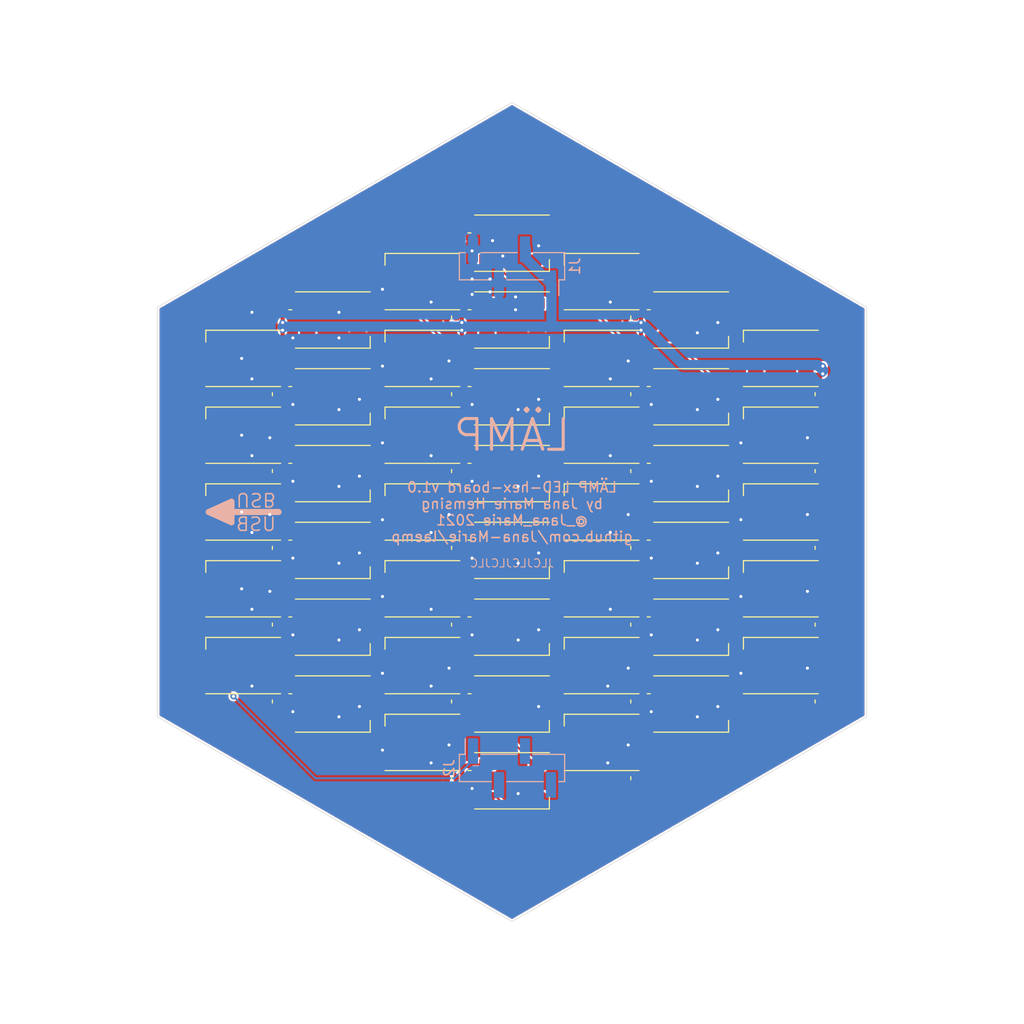
<source format=kicad_pcb>
(kicad_pcb (version 20171130) (host pcbnew 5.1.5+dfsg1-2build2)
  (layers (0 F.Cu signal) (31 B.Cu signal) (34 B.Paste user) (35 F.Paste user) (36 B.SilkS user) (37 F.SilkS user) (38 B.Mask user) (39 F.Mask user) (44 Edge.Cuts user))
  (net 0 "")
  (net 1 GND)
  (net 2 VBUS)
  (net 3 "Net-(D1-Pad4)")
  (net 4 DIN)
  (net 5 "Net-(D2-Pad4)")
  (net 6 "Net-(D25-Pad4)")
  (net 7 "Net-(D4-Pad4)")
  (net 8 "Net-(D5-Pad4)")
  (net 9 "Net-(D6-Pad4)")
  (net 10 "Net-(D7-Pad4)")
  (net 11 "Net-(D8-Pad4)")
  (net 12 "Net-(D10-Pad2)")
  (net 13 "Net-(D10-Pad4)")
  (net 14 "Net-(D11-Pad4)")
  (net 15 "Net-(D12-Pad4)")
  (net 16 "Net-(D13-Pad4)")
  (net 17 "Net-(D14-Pad4)")
  (net 18 "Net-(D15-Pad4)")
  (net 19 "Net-(D16-Pad4)")
  (net 20 "Net-(D17-Pad4)")
  (net 21 "Net-(D18-Pad4)")
  (net 22 "Net-(D19-Pad4)")
  (net 23 "Net-(D20-Pad4)")
  (net 24 "Net-(D21-Pad4)")
  (net 25 "Net-(D22-Pad4)")
  (net 26 "Net-(D23-Pad4)")
  (net 27 "Net-(D24-Pad4)")
  (net 28 "Net-(D26-Pad4)")
  (net 29 "Net-(D27-Pad4)")
  (net 30 "Net-(D28-Pad4)")
  (net 31 "Net-(D29-Pad4)")
  (net 32 "Net-(D30-Pad4)")
  (net 33 "Net-(D31-Pad4)")
  (net 34 "Net-(D32-Pad4)")
  (net 35 "Net-(D33-Pad4)")
  (net 36 "Net-(D34-Pad4)")
  (net 37 "Net-(D35-Pad4)")
  (net 38 "Net-(D36-Pad4)")
  (net 39 "Net-(D37-Pad4)")
  (net 40 "Net-(D38-Pad4)")
  (net 41 "Net-(D39-Pad4)")
  (net 42 "Net-(D40-Pad4)")
  (net 43 "Net-(D41-Pad4)")
  (net 44 "Net-(D42-Pad4)")
  (net 45 "Net-(D43-Pad4)")
  (net 46 "Net-(D44-Pad4)")
  (net 47 "Net-(D26-Pad2)")
  (net 48 "Net-(J2-Pad4)")
  (net 49 "Net-(J2-Pad2)")
  (net 50 "Net-(J2-Pad3)")
  (module Connector_PinHeader_2.54mm:PinHeader_1x04_P2.54mm_Vertical_SMD_Pin1Left (layer B.Cu) (at 100 125 270)
    (fp_text reference J2 (at 0 6.14 90) (layer B.SilkS) (effects (justify mirror)))
    (fp_text value Conn_01x04)
    (pad 4 smd rect (at 1.655 -3.81 270) (size 2.51 1) (layers B.Cu B.Paste B.Mask) (net 48 "Net-(J2-Pad4)"))
    (pad 2 smd rect (at 1.655 1.27 270) (size 2.51 1) (layers B.Cu B.Paste B.Mask) (net 49 "Net-(J2-Pad2)"))
    (pad 3 smd rect (at -1.655 -1.27 270) (size 2.51 1) (layers B.Cu B.Paste B.Mask) (net 50 "Net-(J2-Pad3)"))
    (pad 1 smd rect (at -1.655 3.81 270) (size 2.51 1) (layers B.Cu B.Paste B.Mask) (net 4 DIN))
  )
  (module Connector_PinHeader_2.54mm:PinHeader_1x04_P2.54mm_Vertical_SMD_Pin1Left (layer B.Cu) (at 100 76 90)
    (fp_text reference J1 (at 0 6.14 90) (layer B.SilkS) (effects (justify mirror)))
    (fp_text value Conn_01x04)
    (pad 4 smd rect (at 1.655 -3.81 90) (size 2.51 1) (layers B.Cu B.Paste B.Mask) (net 1 GND))
    (pad 2 smd rect (at 1.655 1.27 90) (size 2.51 1) (layers B.Cu B.Paste B.Mask) (net 2 VBUS))
    (pad 3 smd rect (at -1.655 -1.27 90) (size 2.51 1) (layers B.Cu B.Paste B.Mask) (net 1 GND))
    (pad 1 smd rect (at -1.655 3.81 90) (size 2.51 1) (layers B.Cu B.Paste B.Mask) (net 2 VBUS))
  )
  (module LED_SMD:LED_SK6812_PLCC4_5.0x5.0mm_P3.2mm (layer F.Cu) (at 126.25 85 180)
    (fp_text reference D44 hide)
    (fp_text value SK6812)
    (pad 3 smd rect (at -2.45 -1.6 180) (size 1.5 1) (layers F.Cu F.Paste F.Mask) (net 2 VBUS))
    (pad 4 smd rect (at -2.45 1.6 180) (size 1.5 1) (layers F.Cu F.Paste F.Mask) (net 46 "Net-(D44-Pad4)"))
    (pad 2 smd rect (at 2.45 -1.6 180) (size 1.5 1) (layers F.Cu F.Paste F.Mask) (net 45 "Net-(D43-Pad4)"))
    (pad 1 smd rect (at 2.45 1.6 180) (size 1.5 1) (layers F.Cu F.Paste F.Mask) (net 1 GND))
  )
  (module LED_SMD:LED_SK6812_PLCC4_5.0x5.0mm_P3.2mm (layer F.Cu) (at 126.25 92.5 180)
    (fp_text reference D43 hide)
    (fp_text value SK6812)
    (pad 3 smd rect (at -2.45 -1.6 180) (size 1.5 1) (layers F.Cu F.Paste F.Mask) (net 2 VBUS))
    (pad 4 smd rect (at -2.45 1.6 180) (size 1.5 1) (layers F.Cu F.Paste F.Mask) (net 45 "Net-(D43-Pad4)"))
    (pad 2 smd rect (at 2.45 -1.6 180) (size 1.5 1) (layers F.Cu F.Paste F.Mask) (net 44 "Net-(D42-Pad4)"))
    (pad 1 smd rect (at 2.45 1.6 180) (size 1.5 1) (layers F.Cu F.Paste F.Mask) (net 1 GND))
  )
  (module LED_SMD:LED_SK6812_PLCC4_5.0x5.0mm_P3.2mm (layer F.Cu) (at 126.25 100 180)
    (fp_text reference D42 hide)
    (fp_text value SK6812)
    (pad 3 smd rect (at -2.45 -1.6 180) (size 1.5 1) (layers F.Cu F.Paste F.Mask) (net 2 VBUS))
    (pad 4 smd rect (at -2.45 1.6 180) (size 1.5 1) (layers F.Cu F.Paste F.Mask) (net 44 "Net-(D42-Pad4)"))
    (pad 2 smd rect (at 2.45 -1.6 180) (size 1.5 1) (layers F.Cu F.Paste F.Mask) (net 43 "Net-(D41-Pad4)"))
    (pad 1 smd rect (at 2.45 1.6 180) (size 1.5 1) (layers F.Cu F.Paste F.Mask) (net 1 GND))
  )
  (module otter:C_0402 (layer F.Cu) (at 129.6 103.5 180)
    (fp_text reference C44 hide)
    (fp_text value 100n hide)
    (pad 2 smd rect (at 0.47 0 180) (size 0.5 0.6) (layers F.Cu F.Paste F.Mask) (net 1 GND))
    (pad 1 smd rect (at -0.47 0 180) (size 0.5 0.6) (layers F.Cu F.Paste F.Mask) (net 2 VBUS))
  )
  (module otter:C_0402 (layer F.Cu) (at 129.6 88.5 180)
    (fp_text reference C43 hide)
    (fp_text value 100n hide)
    (pad 2 smd rect (at 0.47 0 180) (size 0.5 0.6) (layers F.Cu F.Paste F.Mask) (net 1 GND))
    (pad 1 smd rect (at -0.47 0 180) (size 0.5 0.6) (layers F.Cu F.Paste F.Mask) (net 2 VBUS))
  )
  (module otter:C_0402 (layer F.Cu) (at 129.6 96 180)
    (fp_text reference C42 hide)
    (fp_text value 100n hide)
    (pad 2 smd rect (at 0.47 0 180) (size 0.5 0.6) (layers F.Cu F.Paste F.Mask) (net 1 GND))
    (pad 1 smd rect (at -0.47 0 180) (size 0.5 0.6) (layers F.Cu F.Paste F.Mask) (net 2 VBUS))
  )
  (module LED_SMD:LED_SK6812_PLCC4_5.0x5.0mm_P3.2mm (layer F.Cu) (at 126.25 107.5 180)
    (fp_text reference D41 hide)
    (fp_text value SK6812)
    (pad 3 smd rect (at -2.45 -1.6 180) (size 1.5 1) (layers F.Cu F.Paste F.Mask) (net 2 VBUS))
    (pad 4 smd rect (at -2.45 1.6 180) (size 1.5 1) (layers F.Cu F.Paste F.Mask) (net 43 "Net-(D41-Pad4)"))
    (pad 2 smd rect (at 2.45 -1.6 180) (size 1.5 1) (layers F.Cu F.Paste F.Mask) (net 42 "Net-(D40-Pad4)"))
    (pad 1 smd rect (at 2.45 1.6 180) (size 1.5 1) (layers F.Cu F.Paste F.Mask) (net 1 GND))
  )
  (module LED_SMD:LED_SK6812_PLCC4_5.0x5.0mm_P3.2mm (layer F.Cu) (at 126.25 115 180)
    (fp_text reference D40 hide)
    (fp_text value SK6812)
    (pad 3 smd rect (at -2.45 -1.6 180) (size 1.5 1) (layers F.Cu F.Paste F.Mask) (net 2 VBUS))
    (pad 4 smd rect (at -2.45 1.6 180) (size 1.5 1) (layers F.Cu F.Paste F.Mask) (net 42 "Net-(D40-Pad4)"))
    (pad 2 smd rect (at 2.45 -1.6 180) (size 1.5 1) (layers F.Cu F.Paste F.Mask) (net 41 "Net-(D39-Pad4)"))
    (pad 1 smd rect (at 2.45 1.6 180) (size 1.5 1) (layers F.Cu F.Paste F.Mask) (net 1 GND))
  )
  (module LED_SMD:LED_SK6812_PLCC4_5.0x5.0mm_P3.2mm (layer F.Cu) (at 117.5 118.75)
    (fp_text reference D39 hide)
    (fp_text value SK6812)
    (pad 3 smd rect (at -2.45 -1.6) (size 1.5 1) (layers F.Cu F.Paste F.Mask) (net 2 VBUS))
    (pad 4 smd rect (at -2.45 1.6) (size 1.5 1) (layers F.Cu F.Paste F.Mask) (net 41 "Net-(D39-Pad4)"))
    (pad 2 smd rect (at 2.45 -1.6) (size 1.5 1) (layers F.Cu F.Paste F.Mask) (net 40 "Net-(D38-Pad4)"))
    (pad 1 smd rect (at 2.45 1.6) (size 1.5 1) (layers F.Cu F.Paste F.Mask) (net 1 GND))
  )
  (module LED_SMD:LED_SK6812_PLCC4_5.0x5.0mm_P3.2mm (layer F.Cu) (at 117.5 111.25)
    (fp_text reference D38 hide)
    (fp_text value SK6812)
    (pad 3 smd rect (at -2.45 -1.6) (size 1.5 1) (layers F.Cu F.Paste F.Mask) (net 2 VBUS))
    (pad 4 smd rect (at -2.45 1.6) (size 1.5 1) (layers F.Cu F.Paste F.Mask) (net 40 "Net-(D38-Pad4)"))
    (pad 2 smd rect (at 2.45 -1.6) (size 1.5 1) (layers F.Cu F.Paste F.Mask) (net 39 "Net-(D37-Pad4)"))
    (pad 1 smd rect (at 2.45 1.6) (size 1.5 1) (layers F.Cu F.Paste F.Mask) (net 1 GND))
  )
  (module LED_SMD:LED_SK6812_PLCC4_5.0x5.0mm_P3.2mm (layer F.Cu) (at 117.5 103.75)
    (fp_text reference D37 hide)
    (fp_text value SK6812)
    (pad 3 smd rect (at -2.45 -1.6) (size 1.5 1) (layers F.Cu F.Paste F.Mask) (net 2 VBUS))
    (pad 4 smd rect (at -2.45 1.6) (size 1.5 1) (layers F.Cu F.Paste F.Mask) (net 39 "Net-(D37-Pad4)"))
    (pad 2 smd rect (at 2.45 -1.6) (size 1.5 1) (layers F.Cu F.Paste F.Mask) (net 38 "Net-(D36-Pad4)"))
    (pad 1 smd rect (at 2.45 1.6) (size 1.5 1) (layers F.Cu F.Paste F.Mask) (net 1 GND))
  )
  (module LED_SMD:LED_SK6812_PLCC4_5.0x5.0mm_P3.2mm (layer F.Cu) (at 117.5 96.25)
    (fp_text reference D36 hide)
    (fp_text value SK6812)
    (pad 3 smd rect (at -2.45 -1.6) (size 1.5 1) (layers F.Cu F.Paste F.Mask) (net 2 VBUS))
    (pad 4 smd rect (at -2.45 1.6) (size 1.5 1) (layers F.Cu F.Paste F.Mask) (net 38 "Net-(D36-Pad4)"))
    (pad 2 smd rect (at 2.45 -1.6) (size 1.5 1) (layers F.Cu F.Paste F.Mask) (net 37 "Net-(D35-Pad4)"))
    (pad 1 smd rect (at 2.45 1.6) (size 1.5 1) (layers F.Cu F.Paste F.Mask) (net 1 GND))
  )
  (module LED_SMD:LED_SK6812_PLCC4_5.0x5.0mm_P3.2mm (layer F.Cu) (at 117.5 88.75)
    (fp_text reference D35 hide)
    (fp_text value SK6812)
    (pad 3 smd rect (at -2.45 -1.6) (size 1.5 1) (layers F.Cu F.Paste F.Mask) (net 2 VBUS))
    (pad 4 smd rect (at -2.45 1.6) (size 1.5 1) (layers F.Cu F.Paste F.Mask) (net 37 "Net-(D35-Pad4)"))
    (pad 2 smd rect (at 2.45 -1.6) (size 1.5 1) (layers F.Cu F.Paste F.Mask) (net 36 "Net-(D34-Pad4)"))
    (pad 1 smd rect (at 2.45 1.6) (size 1.5 1) (layers F.Cu F.Paste F.Mask) (net 1 GND))
  )
  (module LED_SMD:LED_SK6812_PLCC4_5.0x5.0mm_P3.2mm (layer F.Cu) (at 117.5 81.25)
    (fp_text reference D34 hide)
    (fp_text value SK6812)
    (pad 3 smd rect (at -2.45 -1.6) (size 1.5 1) (layers F.Cu F.Paste F.Mask) (net 2 VBUS))
    (pad 4 smd rect (at -2.45 1.6) (size 1.5 1) (layers F.Cu F.Paste F.Mask) (net 36 "Net-(D34-Pad4)"))
    (pad 2 smd rect (at 2.45 -1.6) (size 1.5 1) (layers F.Cu F.Paste F.Mask) (net 35 "Net-(D33-Pad4)"))
    (pad 1 smd rect (at 2.45 1.6) (size 1.5 1) (layers F.Cu F.Paste F.Mask) (net 1 GND))
  )
  (module LED_SMD:LED_SK6812_PLCC4_5.0x5.0mm_P3.2mm (layer F.Cu) (at 108.75 77.5 180)
    (fp_text reference D33 hide)
    (fp_text value SK6812)
    (pad 3 smd rect (at -2.45 -1.6 180) (size 1.5 1) (layers F.Cu F.Paste F.Mask) (net 2 VBUS))
    (pad 4 smd rect (at -2.45 1.6 180) (size 1.5 1) (layers F.Cu F.Paste F.Mask) (net 35 "Net-(D33-Pad4)"))
    (pad 2 smd rect (at 2.45 -1.6 180) (size 1.5 1) (layers F.Cu F.Paste F.Mask) (net 34 "Net-(D32-Pad4)"))
    (pad 1 smd rect (at 2.45 1.6 180) (size 1.5 1) (layers F.Cu F.Paste F.Mask) (net 1 GND))
  )
  (module LED_SMD:LED_SK6812_PLCC4_5.0x5.0mm_P3.2mm (layer F.Cu) (at 108.75 85 180)
    (fp_text reference D32 hide)
    (fp_text value SK6812)
    (pad 3 smd rect (at -2.45 -1.6 180) (size 1.5 1) (layers F.Cu F.Paste F.Mask) (net 2 VBUS))
    (pad 4 smd rect (at -2.45 1.6 180) (size 1.5 1) (layers F.Cu F.Paste F.Mask) (net 34 "Net-(D32-Pad4)"))
    (pad 2 smd rect (at 2.45 -1.6 180) (size 1.5 1) (layers F.Cu F.Paste F.Mask) (net 33 "Net-(D31-Pad4)"))
    (pad 1 smd rect (at 2.45 1.6 180) (size 1.5 1) (layers F.Cu F.Paste F.Mask) (net 1 GND))
  )
  (module LED_SMD:LED_SK6812_PLCC4_5.0x5.0mm_P3.2mm (layer F.Cu) (at 108.75 92.5 180)
    (fp_text reference D31 hide)
    (fp_text value SK6812)
    (pad 3 smd rect (at -2.45 -1.6 180) (size 1.5 1) (layers F.Cu F.Paste F.Mask) (net 2 VBUS))
    (pad 4 smd rect (at -2.45 1.6 180) (size 1.5 1) (layers F.Cu F.Paste F.Mask) (net 33 "Net-(D31-Pad4)"))
    (pad 2 smd rect (at 2.45 -1.6 180) (size 1.5 1) (layers F.Cu F.Paste F.Mask) (net 32 "Net-(D30-Pad4)"))
    (pad 1 smd rect (at 2.45 1.6 180) (size 1.5 1) (layers F.Cu F.Paste F.Mask) (net 1 GND))
  )
  (module LED_SMD:LED_SK6812_PLCC4_5.0x5.0mm_P3.2mm (layer F.Cu) (at 108.75 100 180)
    (fp_text reference D30 hide)
    (fp_text value SK6812)
    (pad 3 smd rect (at -2.45 -1.6 180) (size 1.5 1) (layers F.Cu F.Paste F.Mask) (net 2 VBUS))
    (pad 4 smd rect (at -2.45 1.6 180) (size 1.5 1) (layers F.Cu F.Paste F.Mask) (net 32 "Net-(D30-Pad4)"))
    (pad 2 smd rect (at 2.45 -1.6 180) (size 1.5 1) (layers F.Cu F.Paste F.Mask) (net 31 "Net-(D29-Pad4)"))
    (pad 1 smd rect (at 2.45 1.6 180) (size 1.5 1) (layers F.Cu F.Paste F.Mask) (net 1 GND))
  )
  (module LED_SMD:LED_SK6812_PLCC4_5.0x5.0mm_P3.2mm (layer F.Cu) (at 108.75 107.5 180)
    (fp_text reference D29 hide)
    (fp_text value SK6812)
    (pad 3 smd rect (at -2.45 -1.6 180) (size 1.5 1) (layers F.Cu F.Paste F.Mask) (net 2 VBUS))
    (pad 4 smd rect (at -2.45 1.6 180) (size 1.5 1) (layers F.Cu F.Paste F.Mask) (net 31 "Net-(D29-Pad4)"))
    (pad 2 smd rect (at 2.45 -1.6 180) (size 1.5 1) (layers F.Cu F.Paste F.Mask) (net 30 "Net-(D28-Pad4)"))
    (pad 1 smd rect (at 2.45 1.6 180) (size 1.5 1) (layers F.Cu F.Paste F.Mask) (net 1 GND))
  )
  (module LED_SMD:LED_SK6812_PLCC4_5.0x5.0mm_P3.2mm (layer F.Cu) (at 108.75 115 180)
    (fp_text reference D28 hide)
    (fp_text value SK6812)
    (pad 3 smd rect (at -2.45 -1.6 180) (size 1.5 1) (layers F.Cu F.Paste F.Mask) (net 2 VBUS))
    (pad 4 smd rect (at -2.45 1.6 180) (size 1.5 1) (layers F.Cu F.Paste F.Mask) (net 30 "Net-(D28-Pad4)"))
    (pad 2 smd rect (at 2.45 -1.6 180) (size 1.5 1) (layers F.Cu F.Paste F.Mask) (net 29 "Net-(D27-Pad4)"))
    (pad 1 smd rect (at 2.45 1.6 180) (size 1.5 1) (layers F.Cu F.Paste F.Mask) (net 1 GND))
  )
  (module LED_SMD:LED_SK6812_PLCC4_5.0x5.0mm_P3.2mm (layer F.Cu) (at 108.75 122.5 180)
    (fp_text reference D27 hide)
    (fp_text value SK6812)
    (pad 3 smd rect (at -2.45 -1.6 180) (size 1.5 1) (layers F.Cu F.Paste F.Mask) (net 2 VBUS))
    (pad 4 smd rect (at -2.45 1.6 180) (size 1.5 1) (layers F.Cu F.Paste F.Mask) (net 29 "Net-(D27-Pad4)"))
    (pad 2 smd rect (at 2.45 -1.6 180) (size 1.5 1) (layers F.Cu F.Paste F.Mask) (net 28 "Net-(D26-Pad4)"))
    (pad 1 smd rect (at 2.45 1.6 180) (size 1.5 1) (layers F.Cu F.Paste F.Mask) (net 1 GND))
  )
  (module LED_SMD:LED_SK6812_PLCC4_5.0x5.0mm_P3.2mm (layer F.Cu) (at 100 126.25)
    (fp_text reference D26 hide)
    (fp_text value SK6812)
    (pad 3 smd rect (at -2.45 -1.6) (size 1.5 1) (layers F.Cu F.Paste F.Mask) (net 2 VBUS))
    (pad 4 smd rect (at -2.45 1.6) (size 1.5 1) (layers F.Cu F.Paste F.Mask) (net 28 "Net-(D26-Pad4)"))
    (pad 2 smd rect (at 2.45 -1.6) (size 1.5 1) (layers F.Cu F.Paste F.Mask) (net 47 "Net-(D26-Pad2)"))
    (pad 1 smd rect (at 2.45 1.6) (size 1.5 1) (layers F.Cu F.Paste F.Mask) (net 1 GND))
  )
  (module LED_SMD:LED_SK6812_PLCC4_5.0x5.0mm_P3.2mm (layer F.Cu) (at 100 118.75)
    (fp_text reference D3 hide)
    (fp_text value SK6812)
    (pad 3 smd rect (at -2.45 -1.6) (size 1.5 1) (layers F.Cu F.Paste F.Mask) (net 2 VBUS))
    (pad 4 smd rect (at -2.45 1.6) (size 1.5 1) (layers F.Cu F.Paste F.Mask) (net 47 "Net-(D26-Pad2)"))
    (pad 2 smd rect (at 2.45 -1.6) (size 1.5 1) (layers F.Cu F.Paste F.Mask) (net 6 "Net-(D25-Pad4)"))
    (pad 1 smd rect (at 2.45 1.6) (size 1.5 1) (layers F.Cu F.Paste F.Mask) (net 1 GND))
  )
  (module LED_SMD:LED_SK6812_PLCC4_5.0x5.0mm_P3.2mm (layer F.Cu) (at 100 111.25)
    (fp_text reference D25 hide)
    (fp_text value SK6812)
    (pad 3 smd rect (at -2.45 -1.6) (size 1.5 1) (layers F.Cu F.Paste F.Mask) (net 2 VBUS))
    (pad 4 smd rect (at -2.45 1.6) (size 1.5 1) (layers F.Cu F.Paste F.Mask) (net 6 "Net-(D25-Pad4)"))
    (pad 2 smd rect (at 2.45 -1.6) (size 1.5 1) (layers F.Cu F.Paste F.Mask) (net 27 "Net-(D24-Pad4)"))
    (pad 1 smd rect (at 2.45 1.6) (size 1.5 1) (layers F.Cu F.Paste F.Mask) (net 1 GND))
  )
  (module LED_SMD:LED_SK6812_PLCC4_5.0x5.0mm_P3.2mm (layer F.Cu) (at 100 103.75)
    (fp_text reference D24 hide)
    (fp_text value SK6812)
    (pad 3 smd rect (at -2.45 -1.6) (size 1.5 1) (layers F.Cu F.Paste F.Mask) (net 2 VBUS))
    (pad 4 smd rect (at -2.45 1.6) (size 1.5 1) (layers F.Cu F.Paste F.Mask) (net 27 "Net-(D24-Pad4)"))
    (pad 2 smd rect (at 2.45 -1.6) (size 1.5 1) (layers F.Cu F.Paste F.Mask) (net 26 "Net-(D23-Pad4)"))
    (pad 1 smd rect (at 2.45 1.6) (size 1.5 1) (layers F.Cu F.Paste F.Mask) (net 1 GND))
  )
  (module LED_SMD:LED_SK6812_PLCC4_5.0x5.0mm_P3.2mm (layer F.Cu) (at 100 96.25)
    (fp_text reference D23 hide)
    (fp_text value SK6812)
    (pad 3 smd rect (at -2.45 -1.6) (size 1.5 1) (layers F.Cu F.Paste F.Mask) (net 2 VBUS))
    (pad 4 smd rect (at -2.45 1.6) (size 1.5 1) (layers F.Cu F.Paste F.Mask) (net 26 "Net-(D23-Pad4)"))
    (pad 2 smd rect (at 2.45 -1.6) (size 1.5 1) (layers F.Cu F.Paste F.Mask) (net 25 "Net-(D22-Pad4)"))
    (pad 1 smd rect (at 2.45 1.6) (size 1.5 1) (layers F.Cu F.Paste F.Mask) (net 1 GND))
  )
  (module LED_SMD:LED_SK6812_PLCC4_5.0x5.0mm_P3.2mm (layer F.Cu) (at 100 88.75)
    (fp_text reference D22 hide)
    (fp_text value SK6812)
    (pad 3 smd rect (at -2.45 -1.6) (size 1.5 1) (layers F.Cu F.Paste F.Mask) (net 2 VBUS))
    (pad 4 smd rect (at -2.45 1.6) (size 1.5 1) (layers F.Cu F.Paste F.Mask) (net 25 "Net-(D22-Pad4)"))
    (pad 2 smd rect (at 2.45 -1.6) (size 1.5 1) (layers F.Cu F.Paste F.Mask) (net 24 "Net-(D21-Pad4)"))
    (pad 1 smd rect (at 2.45 1.6) (size 1.5 1) (layers F.Cu F.Paste F.Mask) (net 1 GND))
  )
  (module LED_SMD:LED_SK6812_PLCC4_5.0x5.0mm_P3.2mm (layer F.Cu) (at 100 81.25)
    (fp_text reference D21 hide)
    (fp_text value SK6812)
    (pad 3 smd rect (at -2.45 -1.6) (size 1.5 1) (layers F.Cu F.Paste F.Mask) (net 2 VBUS))
    (pad 4 smd rect (at -2.45 1.6) (size 1.5 1) (layers F.Cu F.Paste F.Mask) (net 24 "Net-(D21-Pad4)"))
    (pad 2 smd rect (at 2.45 -1.6) (size 1.5 1) (layers F.Cu F.Paste F.Mask) (net 23 "Net-(D20-Pad4)"))
    (pad 1 smd rect (at 2.45 1.6) (size 1.5 1) (layers F.Cu F.Paste F.Mask) (net 1 GND))
  )
  (module LED_SMD:LED_SK6812_PLCC4_5.0x5.0mm_P3.2mm (layer F.Cu) (at 100 73.75)
    (fp_text reference D20 hide)
    (fp_text value SK6812)
    (pad 3 smd rect (at -2.45 -1.6) (size 1.5 1) (layers F.Cu F.Paste F.Mask) (net 2 VBUS))
    (pad 4 smd rect (at -2.45 1.6) (size 1.5 1) (layers F.Cu F.Paste F.Mask) (net 23 "Net-(D20-Pad4)"))
    (pad 2 smd rect (at 2.45 -1.6) (size 1.5 1) (layers F.Cu F.Paste F.Mask) (net 22 "Net-(D19-Pad4)"))
    (pad 1 smd rect (at 2.45 1.6) (size 1.5 1) (layers F.Cu F.Paste F.Mask) (net 1 GND))
  )
  (module LED_SMD:LED_SK6812_PLCC4_5.0x5.0mm_P3.2mm (layer F.Cu) (at 91.25 77.5 180)
    (fp_text reference D19 hide)
    (fp_text value SK6812)
    (pad 3 smd rect (at -2.45 -1.6 180) (size 1.5 1) (layers F.Cu F.Paste F.Mask) (net 2 VBUS))
    (pad 4 smd rect (at -2.45 1.6 180) (size 1.5 1) (layers F.Cu F.Paste F.Mask) (net 22 "Net-(D19-Pad4)"))
    (pad 2 smd rect (at 2.45 -1.6 180) (size 1.5 1) (layers F.Cu F.Paste F.Mask) (net 21 "Net-(D18-Pad4)"))
    (pad 1 smd rect (at 2.45 1.6 180) (size 1.5 1) (layers F.Cu F.Paste F.Mask) (net 1 GND))
  )
  (module LED_SMD:LED_SK6812_PLCC4_5.0x5.0mm_P3.2mm (layer F.Cu) (at 91.25 85 180)
    (fp_text reference D18 hide)
    (fp_text value SK6812)
    (pad 3 smd rect (at -2.45 -1.6 180) (size 1.5 1) (layers F.Cu F.Paste F.Mask) (net 2 VBUS))
    (pad 4 smd rect (at -2.45 1.6 180) (size 1.5 1) (layers F.Cu F.Paste F.Mask) (net 21 "Net-(D18-Pad4)"))
    (pad 2 smd rect (at 2.45 -1.6 180) (size 1.5 1) (layers F.Cu F.Paste F.Mask) (net 20 "Net-(D17-Pad4)"))
    (pad 1 smd rect (at 2.45 1.6 180) (size 1.5 1) (layers F.Cu F.Paste F.Mask) (net 1 GND))
  )
  (module LED_SMD:LED_SK6812_PLCC4_5.0x5.0mm_P3.2mm (layer F.Cu) (at 91.25 92.5 180)
    (fp_text reference D17 hide)
    (fp_text value SK6812)
    (pad 3 smd rect (at -2.45 -1.6 180) (size 1.5 1) (layers F.Cu F.Paste F.Mask) (net 2 VBUS))
    (pad 4 smd rect (at -2.45 1.6 180) (size 1.5 1) (layers F.Cu F.Paste F.Mask) (net 20 "Net-(D17-Pad4)"))
    (pad 2 smd rect (at 2.45 -1.6 180) (size 1.5 1) (layers F.Cu F.Paste F.Mask) (net 19 "Net-(D16-Pad4)"))
    (pad 1 smd rect (at 2.45 1.6 180) (size 1.5 1) (layers F.Cu F.Paste F.Mask) (net 1 GND))
  )
  (module LED_SMD:LED_SK6812_PLCC4_5.0x5.0mm_P3.2mm (layer F.Cu) (at 91.25 100 180)
    (fp_text reference D16 hide)
    (fp_text value SK6812)
    (pad 3 smd rect (at -2.45 -1.6 180) (size 1.5 1) (layers F.Cu F.Paste F.Mask) (net 2 VBUS))
    (pad 4 smd rect (at -2.45 1.6 180) (size 1.5 1) (layers F.Cu F.Paste F.Mask) (net 19 "Net-(D16-Pad4)"))
    (pad 2 smd rect (at 2.45 -1.6 180) (size 1.5 1) (layers F.Cu F.Paste F.Mask) (net 18 "Net-(D15-Pad4)"))
    (pad 1 smd rect (at 2.45 1.6 180) (size 1.5 1) (layers F.Cu F.Paste F.Mask) (net 1 GND))
  )
  (module LED_SMD:LED_SK6812_PLCC4_5.0x5.0mm_P3.2mm (layer F.Cu) (at 91.25 107.5 180)
    (fp_text reference D15 hide)
    (fp_text value SK6812)
    (pad 3 smd rect (at -2.45 -1.6 180) (size 1.5 1) (layers F.Cu F.Paste F.Mask) (net 2 VBUS))
    (pad 4 smd rect (at -2.45 1.6 180) (size 1.5 1) (layers F.Cu F.Paste F.Mask) (net 18 "Net-(D15-Pad4)"))
    (pad 2 smd rect (at 2.45 -1.6 180) (size 1.5 1) (layers F.Cu F.Paste F.Mask) (net 17 "Net-(D14-Pad4)"))
    (pad 1 smd rect (at 2.45 1.6 180) (size 1.5 1) (layers F.Cu F.Paste F.Mask) (net 1 GND))
  )
  (module LED_SMD:LED_SK6812_PLCC4_5.0x5.0mm_P3.2mm (layer F.Cu) (at 91.25 115 180)
    (fp_text reference D14 hide)
    (fp_text value SK6812)
    (pad 3 smd rect (at -2.45 -1.6 180) (size 1.5 1) (layers F.Cu F.Paste F.Mask) (net 2 VBUS))
    (pad 4 smd rect (at -2.45 1.6 180) (size 1.5 1) (layers F.Cu F.Paste F.Mask) (net 17 "Net-(D14-Pad4)"))
    (pad 2 smd rect (at 2.45 -1.6 180) (size 1.5 1) (layers F.Cu F.Paste F.Mask) (net 16 "Net-(D13-Pad4)"))
    (pad 1 smd rect (at 2.45 1.6 180) (size 1.5 1) (layers F.Cu F.Paste F.Mask) (net 1 GND))
  )
  (module LED_SMD:LED_SK6812_PLCC4_5.0x5.0mm_P3.2mm (layer F.Cu) (at 91.25 122.5 180)
    (fp_text reference D13 hide)
    (fp_text value SK6812)
    (pad 3 smd rect (at -2.45 -1.6 180) (size 1.5 1) (layers F.Cu F.Paste F.Mask) (net 2 VBUS))
    (pad 4 smd rect (at -2.45 1.6 180) (size 1.5 1) (layers F.Cu F.Paste F.Mask) (net 16 "Net-(D13-Pad4)"))
    (pad 2 smd rect (at 2.45 -1.6 180) (size 1.5 1) (layers F.Cu F.Paste F.Mask) (net 15 "Net-(D12-Pad4)"))
    (pad 1 smd rect (at 2.45 1.6 180) (size 1.5 1) (layers F.Cu F.Paste F.Mask) (net 1 GND))
  )
  (module LED_SMD:LED_SK6812_PLCC4_5.0x5.0mm_P3.2mm (layer F.Cu) (at 82.5 118.75)
    (fp_text reference D12 hide)
    (fp_text value SK6812)
    (pad 3 smd rect (at -2.45 -1.6) (size 1.5 1) (layers F.Cu F.Paste F.Mask) (net 2 VBUS))
    (pad 4 smd rect (at -2.45 1.6) (size 1.5 1) (layers F.Cu F.Paste F.Mask) (net 15 "Net-(D12-Pad4)"))
    (pad 2 smd rect (at 2.45 -1.6) (size 1.5 1) (layers F.Cu F.Paste F.Mask) (net 14 "Net-(D11-Pad4)"))
    (pad 1 smd rect (at 2.45 1.6) (size 1.5 1) (layers F.Cu F.Paste F.Mask) (net 1 GND))
  )
  (module LED_SMD:LED_SK6812_PLCC4_5.0x5.0mm_P3.2mm (layer F.Cu) (at 82.5 111.25)
    (fp_text reference D11 hide)
    (fp_text value SK6812)
    (pad 3 smd rect (at -2.45 -1.6) (size 1.5 1) (layers F.Cu F.Paste F.Mask) (net 2 VBUS))
    (pad 4 smd rect (at -2.45 1.6) (size 1.5 1) (layers F.Cu F.Paste F.Mask) (net 14 "Net-(D11-Pad4)"))
    (pad 2 smd rect (at 2.45 -1.6) (size 1.5 1) (layers F.Cu F.Paste F.Mask) (net 13 "Net-(D10-Pad4)"))
    (pad 1 smd rect (at 2.45 1.6) (size 1.5 1) (layers F.Cu F.Paste F.Mask) (net 1 GND))
  )
  (module LED_SMD:LED_SK6812_PLCC4_5.0x5.0mm_P3.2mm (layer F.Cu) (at 82.5 103.75)
    (fp_text reference D10 hide)
    (fp_text value SK6812)
    (pad 3 smd rect (at -2.45 -1.6) (size 1.5 1) (layers F.Cu F.Paste F.Mask) (net 2 VBUS))
    (pad 4 smd rect (at -2.45 1.6) (size 1.5 1) (layers F.Cu F.Paste F.Mask) (net 13 "Net-(D10-Pad4)"))
    (pad 2 smd rect (at 2.45 -1.6) (size 1.5 1) (layers F.Cu F.Paste F.Mask) (net 12 "Net-(D10-Pad2)"))
    (pad 1 smd rect (at 2.45 1.6) (size 1.5 1) (layers F.Cu F.Paste F.Mask) (net 1 GND))
  )
  (module LED_SMD:LED_SK6812_PLCC4_5.0x5.0mm_P3.2mm (layer F.Cu) (at 82.5 96.25)
    (fp_text reference D9 hide)
    (fp_text value SK6812)
    (pad 3 smd rect (at -2.45 -1.6) (size 1.5 1) (layers F.Cu F.Paste F.Mask) (net 2 VBUS))
    (pad 4 smd rect (at -2.45 1.6) (size 1.5 1) (layers F.Cu F.Paste F.Mask) (net 12 "Net-(D10-Pad2)"))
    (pad 2 smd rect (at 2.45 -1.6) (size 1.5 1) (layers F.Cu F.Paste F.Mask) (net 11 "Net-(D8-Pad4)"))
    (pad 1 smd rect (at 2.45 1.6) (size 1.5 1) (layers F.Cu F.Paste F.Mask) (net 1 GND))
  )
  (module LED_SMD:LED_SK6812_PLCC4_5.0x5.0mm_P3.2mm (layer F.Cu) (at 82.5 88.75)
    (fp_text reference D8 hide)
    (fp_text value SK6812)
    (pad 3 smd rect (at -2.45 -1.6) (size 1.5 1) (layers F.Cu F.Paste F.Mask) (net 2 VBUS))
    (pad 4 smd rect (at -2.45 1.6) (size 1.5 1) (layers F.Cu F.Paste F.Mask) (net 11 "Net-(D8-Pad4)"))
    (pad 2 smd rect (at 2.45 -1.6) (size 1.5 1) (layers F.Cu F.Paste F.Mask) (net 10 "Net-(D7-Pad4)"))
    (pad 1 smd rect (at 2.45 1.6) (size 1.5 1) (layers F.Cu F.Paste F.Mask) (net 1 GND))
  )
  (module LED_SMD:LED_SK6812_PLCC4_5.0x5.0mm_P3.2mm (layer F.Cu) (at 82.5 81.25)
    (fp_text reference D7 hide)
    (fp_text value SK6812)
    (pad 3 smd rect (at -2.45 -1.6) (size 1.5 1) (layers F.Cu F.Paste F.Mask) (net 2 VBUS))
    (pad 4 smd rect (at -2.45 1.6) (size 1.5 1) (layers F.Cu F.Paste F.Mask) (net 10 "Net-(D7-Pad4)"))
    (pad 2 smd rect (at 2.45 -1.6) (size 1.5 1) (layers F.Cu F.Paste F.Mask) (net 9 "Net-(D6-Pad4)"))
    (pad 1 smd rect (at 2.45 1.6) (size 1.5 1) (layers F.Cu F.Paste F.Mask) (net 1 GND))
  )
  (module LED_SMD:LED_SK6812_PLCC4_5.0x5.0mm_P3.2mm (layer F.Cu) (at 73.75 85 180)
    (fp_text reference D6 hide)
    (fp_text value SK6812)
    (pad 3 smd rect (at -2.45 -1.6 180) (size 1.5 1) (layers F.Cu F.Paste F.Mask) (net 2 VBUS))
    (pad 4 smd rect (at -2.45 1.6 180) (size 1.5 1) (layers F.Cu F.Paste F.Mask) (net 9 "Net-(D6-Pad4)"))
    (pad 2 smd rect (at 2.45 -1.6 180) (size 1.5 1) (layers F.Cu F.Paste F.Mask) (net 8 "Net-(D5-Pad4)"))
    (pad 1 smd rect (at 2.45 1.6 180) (size 1.5 1) (layers F.Cu F.Paste F.Mask) (net 1 GND))
  )
  (module LED_SMD:LED_SK6812_PLCC4_5.0x5.0mm_P3.2mm (layer F.Cu) (at 73.75 92.5 180)
    (fp_text reference D5 hide)
    (fp_text value SK6812)
    (pad 3 smd rect (at -2.45 -1.6 180) (size 1.5 1) (layers F.Cu F.Paste F.Mask) (net 2 VBUS))
    (pad 4 smd rect (at -2.45 1.6 180) (size 1.5 1) (layers F.Cu F.Paste F.Mask) (net 8 "Net-(D5-Pad4)"))
    (pad 2 smd rect (at 2.45 -1.6 180) (size 1.5 1) (layers F.Cu F.Paste F.Mask) (net 7 "Net-(D4-Pad4)"))
    (pad 1 smd rect (at 2.45 1.6 180) (size 1.5 1) (layers F.Cu F.Paste F.Mask) (net 1 GND))
  )
  (module LED_SMD:LED_SK6812_PLCC4_5.0x5.0mm_P3.2mm (layer F.Cu) (at 73.75 100 180)
    (fp_text reference D4 hide)
    (fp_text value SK6812)
    (pad 3 smd rect (at -2.45 -1.6 180) (size 1.5 1) (layers F.Cu F.Paste F.Mask) (net 2 VBUS))
    (pad 4 smd rect (at -2.45 1.6 180) (size 1.5 1) (layers F.Cu F.Paste F.Mask) (net 7 "Net-(D4-Pad4)"))
    (pad 2 smd rect (at 2.45 -1.6 180) (size 1.5 1) (layers F.Cu F.Paste F.Mask) (net 5 "Net-(D2-Pad4)"))
    (pad 1 smd rect (at 2.45 1.6 180) (size 1.5 1) (layers F.Cu F.Paste F.Mask) (net 1 GND))
  )
  (module LED_SMD:LED_SK6812_PLCC4_5.0x5.0mm_P3.2mm (layer F.Cu) (at 73.75 107.5 180)
    (fp_text reference D2 hide)
    (fp_text value SK6812)
    (pad 3 smd rect (at -2.45 -1.6 180) (size 1.5 1) (layers F.Cu F.Paste F.Mask) (net 2 VBUS))
    (pad 4 smd rect (at -2.45 1.6 180) (size 1.5 1) (layers F.Cu F.Paste F.Mask) (net 5 "Net-(D2-Pad4)"))
    (pad 2 smd rect (at 2.45 -1.6 180) (size 1.5 1) (layers F.Cu F.Paste F.Mask) (net 3 "Net-(D1-Pad4)"))
    (pad 1 smd rect (at 2.45 1.6 180) (size 1.5 1) (layers F.Cu F.Paste F.Mask) (net 1 GND))
  )
  (module LED_SMD:LED_SK6812_PLCC4_5.0x5.0mm_P3.2mm (layer F.Cu) (at 73.75 115 180)
    (fp_text reference D1 hide)
    (fp_text value SK6812)
    (pad 3 smd rect (at -2.45 -1.6 180) (size 1.5 1) (layers F.Cu F.Paste F.Mask) (net 2 VBUS))
    (pad 4 smd rect (at -2.45 1.6 180) (size 1.5 1) (layers F.Cu F.Paste F.Mask) (net 3 "Net-(D1-Pad4)"))
    (pad 2 smd rect (at 2.45 -1.6 180) (size 1.5 1) (layers F.Cu F.Paste F.Mask) (net 4 DIN))
    (pad 1 smd rect (at 2.45 1.6 180) (size 1.5 1) (layers F.Cu F.Paste F.Mask) (net 1 GND))
  )
  (module otter:C_0402 (layer F.Cu) (at 129.6 118.5 180)
    (fp_text reference C41 hide)
    (fp_text value 100n hide)
    (pad 2 smd rect (at 0.47 0 180) (size 0.5 0.6) (layers F.Cu F.Paste F.Mask) (net 1 GND))
    (pad 1 smd rect (at -0.47 0 180) (size 0.5 0.6) (layers F.Cu F.Paste F.Mask) (net 2 VBUS))
  )
  (module otter:C_0402 (layer F.Cu) (at 76.6 118.5 180)
    (fp_text reference C40 hide)
    (fp_text value 100n hide)
    (pad 2 smd rect (at 0.47 0 180) (size 0.5 0.6) (layers F.Cu F.Paste F.Mask) (net 1 GND))
    (pad 1 smd rect (at -0.47 0 180) (size 0.5 0.6) (layers F.Cu F.Paste F.Mask) (net 2 VBUS))
  )
  (module otter:C_0402 (layer F.Cu) (at 95.85 125.25 270)
    (fp_text reference C39 hide)
    (fp_text value 100n hide)
    (pad 2 smd rect (at 0.47 0 270) (size 0.5 0.6) (layers F.Cu F.Paste F.Mask) (net 1 GND))
    (pad 1 smd rect (at -0.47 0 270) (size 0.5 0.6) (layers F.Cu F.Paste F.Mask) (net 2 VBUS))
  )
  (module otter:C_0402 (layer F.Cu) (at 95.85 117.75 270)
    (fp_text reference C38 hide)
    (fp_text value 100n hide)
    (pad 2 smd rect (at 0.47 0 270) (size 0.5 0.6) (layers F.Cu F.Paste F.Mask) (net 1 GND))
    (pad 1 smd rect (at -0.47 0 270) (size 0.5 0.6) (layers F.Cu F.Paste F.Mask) (net 2 VBUS))
  )
  (module otter:C_0402 (layer F.Cu) (at 78.35 117.75 270)
    (fp_text reference C37 hide)
    (fp_text value 100n hide)
    (pad 2 smd rect (at 0.47 0 270) (size 0.5 0.6) (layers F.Cu F.Paste F.Mask) (net 1 GND))
    (pad 1 smd rect (at -0.47 0 270) (size 0.5 0.6) (layers F.Cu F.Paste F.Mask) (net 2 VBUS))
  )
  (module otter:C_0402 (layer F.Cu) (at 111.6 88.5 180)
    (fp_text reference C36 hide)
    (fp_text value 100n hide)
    (pad 2 smd rect (at 0.47 0 180) (size 0.5 0.6) (layers F.Cu F.Paste F.Mask) (net 1 GND))
    (pad 1 smd rect (at -0.47 0 180) (size 0.5 0.6) (layers F.Cu F.Paste F.Mask) (net 2 VBUS))
  )
  (module otter:C_0402 (layer F.Cu) (at 113.35 87.75 270)
    (fp_text reference C35 hide)
    (fp_text value 100n hide)
    (pad 2 smd rect (at 0.47 0 270) (size 0.5 0.6) (layers F.Cu F.Paste F.Mask) (net 1 GND))
    (pad 1 smd rect (at -0.47 0 270) (size 0.5 0.6) (layers F.Cu F.Paste F.Mask) (net 2 VBUS))
  )
  (module otter:C_0402 (layer F.Cu) (at 95.85 110.25 270)
    (fp_text reference C34 hide)
    (fp_text value 100n hide)
    (pad 2 smd rect (at 0.47 0 270) (size 0.5 0.6) (layers F.Cu F.Paste F.Mask) (net 1 GND))
    (pad 1 smd rect (at -0.47 0 270) (size 0.5 0.6) (layers F.Cu F.Paste F.Mask) (net 2 VBUS))
  )
  (module otter:C_0402 (layer F.Cu) (at 94.1 118.5 180)
    (fp_text reference C33 hide)
    (fp_text value 100n hide)
    (pad 2 smd rect (at 0.47 0 180) (size 0.5 0.6) (layers F.Cu F.Paste F.Mask) (net 1 GND))
    (pad 1 smd rect (at -0.47 0 180) (size 0.5 0.6) (layers F.Cu F.Paste F.Mask) (net 2 VBUS))
  )
  (module otter:C_0402 (layer F.Cu) (at 129.6 111 180)
    (fp_text reference C32 hide)
    (fp_text value 100n hide)
    (pad 2 smd rect (at 0.47 0 180) (size 0.5 0.6) (layers F.Cu F.Paste F.Mask) (net 1 GND))
    (pad 1 smd rect (at -0.47 0 180) (size 0.5 0.6) (layers F.Cu F.Paste F.Mask) (net 2 VBUS))
  )
  (module otter:C_0402 (layer F.Cu) (at 95.85 102.75 270)
    (fp_text reference C31 hide)
    (fp_text value 100n hide)
    (pad 2 smd rect (at 0.47 0 270) (size 0.5 0.6) (layers F.Cu F.Paste F.Mask) (net 1 GND))
    (pad 1 smd rect (at -0.47 0 270) (size 0.5 0.6) (layers F.Cu F.Paste F.Mask) (net 2 VBUS))
  )
  (module otter:C_0402 (layer F.Cu) (at 78.35 102.75 270)
    (fp_text reference C30 hide)
    (fp_text value 100n hide)
    (pad 2 smd rect (at 0.47 0 270) (size 0.5 0.6) (layers F.Cu F.Paste F.Mask) (net 1 GND))
    (pad 1 smd rect (at -0.47 0 270) (size 0.5 0.6) (layers F.Cu F.Paste F.Mask) (net 2 VBUS))
  )
  (module otter:C_0402 (layer F.Cu) (at 113.35 95.25 270)
    (fp_text reference C29 hide)
    (fp_text value 100n hide)
    (pad 2 smd rect (at 0.47 0 270) (size 0.5 0.6) (layers F.Cu F.Paste F.Mask) (net 1 GND))
    (pad 1 smd rect (at -0.47 0 270) (size 0.5 0.6) (layers F.Cu F.Paste F.Mask) (net 2 VBUS))
  )
  (module otter:C_0402 (layer F.Cu) (at 113.35 102.75 270)
    (fp_text reference C28 hide)
    (fp_text value 100n hide)
    (pad 2 smd rect (at 0.47 0 270) (size 0.5 0.6) (layers F.Cu F.Paste F.Mask) (net 1 GND))
    (pad 1 smd rect (at -0.47 0 270) (size 0.5 0.6) (layers F.Cu F.Paste F.Mask) (net 2 VBUS))
  )
  (module otter:C_0402 (layer F.Cu) (at 95.85 80.25 270)
    (fp_text reference C27 hide)
    (fp_text value 100n hide)
    (pad 2 smd rect (at 0.47 0 270) (size 0.5 0.6) (layers F.Cu F.Paste F.Mask) (net 1 GND))
    (pad 1 smd rect (at -0.47 0 270) (size 0.5 0.6) (layers F.Cu F.Paste F.Mask) (net 2 VBUS))
  )
  (module otter:C_0402 (layer F.Cu) (at 113.35 110.25 270)
    (fp_text reference C26 hide)
    (fp_text value 100n hide)
    (pad 2 smd rect (at 0.47 0 270) (size 0.5 0.6) (layers F.Cu F.Paste F.Mask) (net 1 GND))
    (pad 1 smd rect (at -0.47 0 270) (size 0.5 0.6) (layers F.Cu F.Paste F.Mask) (net 2 VBUS))
  )
  (module otter:C_0402 (layer F.Cu) (at 78.35 95.25 270)
    (fp_text reference C3 hide)
    (fp_text value 100n hide)
    (pad 2 smd rect (at 0.47 0 270) (size 0.5 0.6) (layers F.Cu F.Paste F.Mask) (net 1 GND))
    (pad 1 smd rect (at -0.47 0 270) (size 0.5 0.6) (layers F.Cu F.Paste F.Mask) (net 2 VBUS))
  )
  (module otter:C_0402 (layer F.Cu) (at 78.35 110.25 270)
    (fp_text reference C25 hide)
    (fp_text value 100n hide)
    (pad 2 smd rect (at 0.47 0 270) (size 0.5 0.6) (layers F.Cu F.Paste F.Mask) (net 1 GND))
    (pad 1 smd rect (at -0.47 0 270) (size 0.5 0.6) (layers F.Cu F.Paste F.Mask) (net 2 VBUS))
  )
  (module otter:C_0402 (layer F.Cu) (at 95.85 72.75 270)
    (fp_text reference C24 hide)
    (fp_text value 100n hide)
    (pad 2 smd rect (at 0.47 0 270) (size 0.5 0.6) (layers F.Cu F.Paste F.Mask) (net 1 GND))
    (pad 1 smd rect (at -0.47 0 270) (size 0.5 0.6) (layers F.Cu F.Paste F.Mask) (net 2 VBUS))
  )
  (module otter:C_0402 (layer F.Cu) (at 111.6 81 180)
    (fp_text reference C23 hide)
    (fp_text value 100n hide)
    (pad 2 smd rect (at 0.47 0 180) (size 0.5 0.6) (layers F.Cu F.Paste F.Mask) (net 1 GND))
    (pad 1 smd rect (at -0.47 0 180) (size 0.5 0.6) (layers F.Cu F.Paste F.Mask) (net 2 VBUS))
  )
  (module otter:C_0402 (layer F.Cu) (at 111.6 111 180)
    (fp_text reference C22 hide)
    (fp_text value 100n hide)
    (pad 2 smd rect (at 0.47 0 180) (size 0.5 0.6) (layers F.Cu F.Paste F.Mask) (net 1 GND))
    (pad 1 smd rect (at -0.47 0 180) (size 0.5 0.6) (layers F.Cu F.Paste F.Mask) (net 2 VBUS))
  )
  (module otter:C_0402 (layer F.Cu) (at 111.6 118.5 180)
    (fp_text reference C21 hide)
    (fp_text value 100n hide)
    (pad 2 smd rect (at 0.47 0 180) (size 0.5 0.6) (layers F.Cu F.Paste F.Mask) (net 1 GND))
    (pad 1 smd rect (at -0.47 0 180) (size 0.5 0.6) (layers F.Cu F.Paste F.Mask) (net 2 VBUS))
  )
  (module otter:C_0402 (layer F.Cu) (at 111.6 126 180)
    (fp_text reference C20 hide)
    (fp_text value 100n hide)
    (pad 2 smd rect (at 0.47 0 180) (size 0.5 0.6) (layers F.Cu F.Paste F.Mask) (net 1 GND))
    (pad 1 smd rect (at -0.47 0 180) (size 0.5 0.6) (layers F.Cu F.Paste F.Mask) (net 2 VBUS))
  )
  (module otter:C_0402 (layer F.Cu) (at 76.6 111 180)
    (fp_text reference C19 hide)
    (fp_text value 100n hide)
    (pad 2 smd rect (at 0.47 0 180) (size 0.5 0.6) (layers F.Cu F.Paste F.Mask) (net 1 GND))
    (pad 1 smd rect (at -0.47 0 180) (size 0.5 0.6) (layers F.Cu F.Paste F.Mask) (net 2 VBUS))
  )
  (module otter:C_0402 (layer F.Cu) (at 94.1 88.5 180)
    (fp_text reference C18 hide)
    (fp_text value 100n hide)
    (pad 2 smd rect (at 0.47 0 180) (size 0.5 0.6) (layers F.Cu F.Paste F.Mask) (net 1 GND))
    (pad 1 smd rect (at -0.47 0 180) (size 0.5 0.6) (layers F.Cu F.Paste F.Mask) (net 2 VBUS))
  )
  (module otter:C_0402 (layer F.Cu) (at 94.1 96 180)
    (fp_text reference C17 hide)
    (fp_text value 100n hide)
    (pad 2 smd rect (at 0.47 0 180) (size 0.5 0.6) (layers F.Cu F.Paste F.Mask) (net 1 GND))
    (pad 1 smd rect (at -0.47 0 180) (size 0.5 0.6) (layers F.Cu F.Paste F.Mask) (net 2 VBUS))
  )
  (module otter:C_0402 (layer F.Cu) (at 113.35 117.75 270)
    (fp_text reference C16 hide)
    (fp_text value 100n hide)
    (pad 2 smd rect (at 0.47 0 270) (size 0.5 0.6) (layers F.Cu F.Paste F.Mask) (net 1 GND))
    (pad 1 smd rect (at -0.47 0 270) (size 0.5 0.6) (layers F.Cu F.Paste F.Mask) (net 2 VBUS))
  )
  (module otter:C_0402 (layer F.Cu) (at 94.1 103.5 180)
    (fp_text reference C15 hide)
    (fp_text value 100n hide)
    (pad 2 smd rect (at 0.47 0 180) (size 0.5 0.6) (layers F.Cu F.Paste F.Mask) (net 1 GND))
    (pad 1 smd rect (at -0.47 0 180) (size 0.5 0.6) (layers F.Cu F.Paste F.Mask) (net 2 VBUS))
  )
  (module otter:C_0402 (layer F.Cu) (at 94.1 126 180)
    (fp_text reference C14 hide)
    (fp_text value 100n hide)
    (pad 2 smd rect (at 0.47 0 180) (size 0.5 0.6) (layers F.Cu F.Paste F.Mask) (net 1 GND))
    (pad 1 smd rect (at -0.47 0 180) (size 0.5 0.6) (layers F.Cu F.Paste F.Mask) (net 2 VBUS))
  )
  (module otter:C_0402 (layer F.Cu) (at 111.6 96 180)
    (fp_text reference C13 hide)
    (fp_text value 100n hide)
    (pad 2 smd rect (at 0.47 0 180) (size 0.5 0.6) (layers F.Cu F.Paste F.Mask) (net 1 GND))
    (pad 1 smd rect (at -0.47 0 180) (size 0.5 0.6) (layers F.Cu F.Paste F.Mask) (net 2 VBUS))
  )
  (module otter:C_0402 (layer F.Cu) (at 111.6 103.5 180)
    (fp_text reference C12 hide)
    (fp_text value 100n hide)
    (pad 2 smd rect (at 0.47 0 180) (size 0.5 0.6) (layers F.Cu F.Paste F.Mask) (net 1 GND))
    (pad 1 smd rect (at -0.47 0 180) (size 0.5 0.6) (layers F.Cu F.Paste F.Mask) (net 2 VBUS))
  )
  (module otter:C_0402 (layer F.Cu) (at 76.6 96 180)
    (fp_text reference C11 hide)
    (fp_text value 100n hide)
    (pad 2 smd rect (at 0.47 0 180) (size 0.5 0.6) (layers F.Cu F.Paste F.Mask) (net 1 GND))
    (pad 1 smd rect (at -0.47 0 180) (size 0.5 0.6) (layers F.Cu F.Paste F.Mask) (net 2 VBUS))
  )
  (module otter:C_0402 (layer F.Cu) (at 78.35 87.75 270)
    (fp_text reference C10 hide)
    (fp_text value 100n hide)
    (pad 2 smd rect (at 0.47 0 270) (size 0.5 0.6) (layers F.Cu F.Paste F.Mask) (net 1 GND))
    (pad 1 smd rect (at -0.47 0 270) (size 0.5 0.6) (layers F.Cu F.Paste F.Mask) (net 2 VBUS))
  )
  (module otter:C_0402 (layer F.Cu) (at 76.6 88.5 180)
    (fp_text reference C9 hide)
    (fp_text value 100n hide)
    (pad 2 smd rect (at 0.47 0 180) (size 0.5 0.6) (layers F.Cu F.Paste F.Mask) (net 1 GND))
    (pad 1 smd rect (at -0.47 0 180) (size 0.5 0.6) (layers F.Cu F.Paste F.Mask) (net 2 VBUS))
  )
  (module otter:C_0402 (layer F.Cu) (at 94.1 111 180)
    (fp_text reference C8 hide)
    (fp_text value 100n hide)
    (pad 2 smd rect (at 0.47 0 180) (size 0.5 0.6) (layers F.Cu F.Paste F.Mask) (net 1 GND))
    (pad 1 smd rect (at -0.47 0 180) (size 0.5 0.6) (layers F.Cu F.Paste F.Mask) (net 2 VBUS))
  )
  (module otter:C_0402 (layer F.Cu) (at 95.85 87.75 270)
    (fp_text reference C7 hide)
    (fp_text value 100n hide)
    (pad 2 smd rect (at 0.47 0 270) (size 0.5 0.6) (layers F.Cu F.Paste F.Mask) (net 1 GND))
    (pad 1 smd rect (at -0.47 0 270) (size 0.5 0.6) (layers F.Cu F.Paste F.Mask) (net 2 VBUS))
  )
  (module otter:C_0402 (layer F.Cu) (at 113.35 80.25 270)
    (fp_text reference C6 hide)
    (fp_text value 100n hide)
    (pad 2 smd rect (at 0.47 0 270) (size 0.5 0.6) (layers F.Cu F.Paste F.Mask) (net 1 GND))
    (pad 1 smd rect (at -0.47 0 270) (size 0.5 0.6) (layers F.Cu F.Paste F.Mask) (net 2 VBUS))
  )
  (module otter:C_0402 (layer F.Cu) (at 94.1 81 180)
    (fp_text reference C5 hide)
    (fp_text value 100n hide)
    (pad 2 smd rect (at 0.47 0 180) (size 0.5 0.6) (layers F.Cu F.Paste F.Mask) (net 1 GND))
    (pad 1 smd rect (at -0.47 0 180) (size 0.5 0.6) (layers F.Cu F.Paste F.Mask) (net 2 VBUS))
  )
  (module otter:C_0402 (layer F.Cu) (at 76.6 103.5 180)
    (fp_text reference C4 hide)
    (fp_text value 100n hide)
    (pad 2 smd rect (at 0.47 0 180) (size 0.5 0.6) (layers F.Cu F.Paste F.Mask) (net 1 GND))
    (pad 1 smd rect (at -0.47 0 180) (size 0.5 0.6) (layers F.Cu F.Paste F.Mask) (net 2 VBUS))
  )
  (module otter:C_0402 (layer F.Cu) (at 78.35 80.25 270)
    (fp_text reference C2 hide)
    (fp_text value 100n hide)
    (pad 2 smd rect (at 0.47 0 270) (size 0.5 0.6) (layers F.Cu F.Paste F.Mask) (net 1 GND))
    (pad 1 smd rect (at -0.47 0 270) (size 0.5 0.6) (layers F.Cu F.Paste F.Mask) (net 2 VBUS))
  )
  (module otter:C_0402 (layer F.Cu) (at 95.85 95.25 270)
    (fp_text reference C1 hide)
    (fp_text value 100n hide)
    (pad 2 smd rect (at 0.47 0 270) (size 0.5 0.6) (layers F.Cu F.Paste F.Mask) (net 1 GND))
    (pad 1 smd rect (at -0.47 0 270) (size 0.5 0.6) (layers F.Cu F.Paste F.Mask) (net 2 VBUS))
  )
  (gr_text JLCJLCJLCJLC (at 100 105) (layer B.SilkS) (effects (font (size 0.8 0.8) (thickness 0.1)) (justify mirror)))
  (gr_text USB (at 75 98.8 180) (layer B.SilkS) (effects (font (size 1.3 1.3)) (justify mirror)))
  (gr_text USB (at 75 101.2) (layer B.SilkS) (effects (font (size 1.3 1.3)) (justify mirror)))
  (gr_line (start 72.6 99.6) (end 70.4 100) (layer B.SilkS) (width 0.6))
  (gr_line (start 72.6 100.6) (end 70.4 100) (layer B.SilkS) (width 0.6))
  (gr_line (start 72.6 101) (end 70.4 100) (layer B.SilkS) (width 0.6))
  (gr_line (start 72.6 99) (end 72.6 101) (layer B.SilkS) (width 0.6))
  (gr_line (start 70.4 100) (end 72.6 99) (layer B.SilkS) (width 0.6))
  (gr_line (start 70.4 100) (end 77.2 100) (layer B.SilkS) (width 0.6))
  (gr_text "LÄMP LED-hex-board v1.0\nby Jana Marie Hemsing\n@_Jana_Marie 2021\ngithub.com/Jana-Marie/laemp" (at 100 100) (layer B.SilkS) (effects (font (size 1 1)) (justify mirror)))
  (gr_text LÄMP (at 100 92.5) (layer B.SilkS) (effects (font (size 3 3) (thickness 0.3)) (justify mirror)))
  (gr_line (start 100.000016 60) (end 65.359 80) (layer Edge.Cuts) (width 0.05))
  (gr_line (start 134.641032 80) (end 100.000016 60) (layer Edge.Cuts) (width 0.05))
  (gr_line (start 134.641032 120) (end 134.641032 80) (layer Edge.Cuts) (width 0.05))
  (gr_line (start 100.000016 140) (end 134.641032 120) (layer Edge.Cuts) (width 0.05))
  (gr_line (start 65.359 120) (end 100.000016 140) (layer Edge.Cuts) (width 0.05))
  (gr_line (start 65.359 80) (end 65.359 120) (layer Edge.Cuts) (width 0.05))
  (via (at 102.6 89) (size 0.6) (drill 0.3) (layers F.Cu B.Cu) (net 1))
  (via (at 100.6 90) (size 0.6) (drill 0.3) (layers F.Cu B.Cu) (net 1))
  (via (at 96.1 89.5) (size 0.6) (drill 0.3) (layers F.Cu B.Cu) (net 1))
  (via (at 102.6 96.5) (size 0.6) (drill 0.3) (layers F.Cu B.Cu) (net 1))
  (via (at 100.6 97.5) (size 0.6) (drill 0.3) (layers F.Cu B.Cu) (net 1))
  (via (at 96.1 97) (size 0.6) (drill 0.3) (layers F.Cu B.Cu) (net 1))
  (via (at 102.6 104) (size 0.6) (drill 0.3) (layers F.Cu B.Cu) (net 1))
  (via (at 100.6 105) (size 0.6) (drill 0.3) (layers F.Cu B.Cu) (net 1))
  (via (at 96.1 104.5) (size 0.6) (drill 0.3) (layers F.Cu B.Cu) (net 1))
  (via (at 96.1 112) (size 0.6) (drill 0.3) (layers F.Cu B.Cu) (net 1))
  (via (at 102.6 119) (size 0.6) (drill 0.3) (layers F.Cu B.Cu) (net 1))
  (via (at 100.6 112.5) (size 0.6) (drill 0.3) (layers F.Cu B.Cu) (net 1))
  (via (at 102.6 111.5) (size 0.6) (drill 0.3) (layers F.Cu B.Cu) (net 1))
  (via (at 111.35 122.75) (size 0.6) (drill 0.3) (layers F.Cu B.Cu) (net 1))
  (via (at 109.35 117) (size 0.6) (drill 0.3) (layers F.Cu B.Cu) (net 1))
  (via (at 111.35 115.25) (size 0.6) (drill 0.3) (layers F.Cu B.Cu) (net 1))
  (via (at 109.35 124.5) (size 0.6) (drill 0.3) (layers F.Cu B.Cu) (net 1))
  (via (at 96.1 127) (size 0.6) (drill 0.3) (layers F.Cu B.Cu) (net 1))
  (via (at 100.6 127.5) (size 0.6) (drill 0.3) (layers F.Cu B.Cu) (net 1))
  (via (at 113.6 112) (size 0.6) (drill 0.3) (layers F.Cu B.Cu) (net 1))
  (via (at 120.1 119) (size 0.6) (drill 0.3) (layers F.Cu B.Cu) (net 1))
  (via (at 113.6 119.5) (size 0.6) (drill 0.3) (layers F.Cu B.Cu) (net 1))
  (via (at 118.1 112.5) (size 0.6) (drill 0.3) (layers F.Cu B.Cu) (net 1))
  (via (at 120.1 111.5) (size 0.6) (drill 0.3) (layers F.Cu B.Cu) (net 1))
  (via (at 118.1 120) (size 0.6) (drill 0.3) (layers F.Cu B.Cu) (net 1))
  (via (at 113.6 97) (size 0.6) (drill 0.3) (layers F.Cu B.Cu) (net 1))
  (via (at 120.1 104) (size 0.6) (drill 0.3) (layers F.Cu B.Cu) (net 1))
  (via (at 113.6 104.5) (size 0.6) (drill 0.3) (layers F.Cu B.Cu) (net 1))
  (via (at 118.1 97.5) (size 0.6) (drill 0.3) (layers F.Cu B.Cu) (net 1))
  (via (at 120.1 96.5) (size 0.6) (drill 0.3) (layers F.Cu B.Cu) (net 1))
  (via (at 118.1 105) (size 0.6) (drill 0.3) (layers F.Cu B.Cu) (net 1))
  (via (at 120.1 89) (size 0.6) (drill 0.3) (layers F.Cu B.Cu) (net 1))
  (via (at 113.6 89.5) (size 0.6) (drill 0.3) (layers F.Cu B.Cu) (net 1))
  (via (at 118.1 82.5) (size 0.6) (drill 0.3) (layers F.Cu B.Cu) (net 1))
  (via (at 120.1 81.5) (size 0.6) (drill 0.3) (layers F.Cu B.Cu) (net 1))
  (via (at 118.1 90) (size 0.6) (drill 0.3) (layers F.Cu B.Cu) (net 1))
  (via (at 76.35 100.25) (size 0.6) (drill 0.3) (layers F.Cu B.Cu) (net 1))
  (via (at 128.85 92.75) (size 0.6) (drill 0.3) (layers F.Cu B.Cu) (net 1))
  (via (at 122.35 93.25) (size 0.6) (drill 0.3) (layers F.Cu B.Cu) (net 1))
  (via (at 122.35 100.75) (size 0.6) (drill 0.3) (layers F.Cu B.Cu) (net 1))
  (via (at 128.85 107.75) (size 0.6) (drill 0.3) (layers F.Cu B.Cu) (net 1))
  (via (at 122.35 108.25) (size 0.6) (drill 0.3) (layers F.Cu B.Cu) (net 1))
  (via (at 128.85 100.25) (size 0.6) (drill 0.3) (layers F.Cu B.Cu) (net 1))
  (via (at 122.35 115.75) (size 0.6) (drill 0.3) (layers F.Cu B.Cu) (net 1))
  (via (at 128.85 115.25) (size 0.6) (drill 0.3) (layers F.Cu B.Cu) (net 1))
  (via (at 85.1 89) (size 0.6) (drill 0.3) (layers F.Cu B.Cu) (net 1))
  (via (at 78.6 89.5) (size 0.6) (drill 0.3) (layers F.Cu B.Cu) (net 1))
  (via (at 83.1 90) (size 0.6) (drill 0.3) (layers F.Cu B.Cu) (net 1))
  (via (at 78.6 97) (size 0.6) (drill 0.3) (layers F.Cu B.Cu) (net 1))
  (via (at 85.1 104) (size 0.6) (drill 0.3) (layers F.Cu B.Cu) (net 1))
  (via (at 78.6 104.5) (size 0.6) (drill 0.3) (layers F.Cu B.Cu) (net 1))
  (via (at 83.1 97.5) (size 0.6) (drill 0.3) (layers F.Cu B.Cu) (net 1))
  (via (at 85.1 96.5) (size 0.6) (drill 0.3) (layers F.Cu B.Cu) (net 1))
  (via (at 83.1 105) (size 0.6) (drill 0.3) (layers F.Cu B.Cu) (net 1))
  (via (at 78.6 112) (size 0.6) (drill 0.3) (layers F.Cu B.Cu) (net 1))
  (via (at 85.1 119) (size 0.6) (drill 0.3) (layers F.Cu B.Cu) (net 1))
  (via (at 78.6 119.5) (size 0.6) (drill 0.3) (layers F.Cu B.Cu) (net 1))
  (via (at 83.1 112.5) (size 0.6) (drill 0.3) (layers F.Cu B.Cu) (net 1))
  (via (at 85.1 111.5) (size 0.6) (drill 0.3) (layers F.Cu B.Cu) (net 1))
  (via (at 83.1 120) (size 0.6) (drill 0.3) (layers F.Cu B.Cu) (net 1))
  (via (at 87.35 115.75) (size 0.6) (drill 0.3) (layers F.Cu B.Cu) (net 1))
  (via (at 93.85 122.75) (size 0.6) (drill 0.3) (layers F.Cu B.Cu) (net 1))
  (via (at 87.35 123.25) (size 0.6) (drill 0.3) (layers F.Cu B.Cu) (net 1))
  (via (at 93.85 115.25) (size 0.6) (drill 0.3) (layers F.Cu B.Cu) (net 1))
  (via (at 87.35 100.75) (size 0.6) (drill 0.3) (layers F.Cu B.Cu) (net 1))
  (via (at 93.85 100.25) (size 0.6) (drill 0.3) (layers F.Cu B.Cu) (net 1))
  (via (at 87.35 108.25) (size 0.6) (drill 0.3) (layers F.Cu B.Cu) (net 1))
  (via (at 92.1 109.5) (size 0.6) (drill 0.3) (layers F.Cu B.Cu) (net 1))
  (via (at 92.1 102) (size 0.6) (drill 0.3) (layers F.Cu B.Cu) (net 1))
  (via (at 87.35 85.75) (size 0.6) (drill 0.3) (layers F.Cu B.Cu) (net 1))
  (via (at 93.85 85.25) (size 0.6) (drill 0.3) (layers F.Cu B.Cu) (net 1))
  (via (at 87.35 93.25) (size 0.6) (drill 0.3) (layers F.Cu B.Cu) (net 1))
  (via (at 92.1 94.5) (size 0.6) (drill 0.3) (layers F.Cu B.Cu) (net 1))
  (via (at 92.1 87) (size 0.6) (drill 0.3) (layers F.Cu B.Cu) (net 1))
  (via (at 111.35 100.25) (size 0.6) (drill 0.3) (layers F.Cu B.Cu) (net 1))
  (via (at 109.6 109.5) (size 0.6) (drill 0.3) (layers F.Cu B.Cu) (net 1))
  (via (at 109.6 102) (size 0.6) (drill 0.3) (layers F.Cu B.Cu) (net 1))
  (via (at 111.35 85.25) (size 0.6) (drill 0.3) (layers F.Cu B.Cu) (net 1))
  (via (at 109.6 94.5) (size 0.6) (drill 0.3) (layers F.Cu B.Cu) (net 1))
  (via (at 109.6 87) (size 0.6) (drill 0.3) (layers F.Cu B.Cu) (net 1))
  (via (at 109.6 79.5) (size 0.6) (drill 0.3) (layers F.Cu B.Cu) (net 1))
  (via (at 87.35 78.25) (size 0.6) (drill 0.3) (layers F.Cu B.Cu) (net 1))
  (via (at 92.1 79.5) (size 0.6) (drill 0.3) (layers F.Cu B.Cu) (net 1))
  (via (at 76.35 107.75) (size 0.6) (drill 0.3) (layers F.Cu B.Cu) (net 1))
  (via (at 74.6 117) (size 0.6) (drill 0.3) (layers F.Cu B.Cu) (net 1))
  (via (at 74.6 109.5) (size 0.6) (drill 0.3) (layers F.Cu B.Cu) (net 1))
  (via (at 76.35 92.75) (size 0.6) (drill 0.3) (layers F.Cu B.Cu) (net 1))
  (via (at 74.6 102) (size 0.6) (drill 0.3) (layers F.Cu B.Cu) (net 1))
  (via (at 74.6 94.5) (size 0.6) (drill 0.3) (layers F.Cu B.Cu) (net 1))
  (via (at 74.6 87) (size 0.6) (drill 0.3) (layers F.Cu B.Cu) (net 1))
  (via (at 102.6 74) (size 0.6) (drill 0.3) (layers F.Cu B.Cu) (net 1))
  (via (at 96.1 74.5) (size 0.6) (drill 0.3) (layers F.Cu B.Cu) (net 1))
  (via (at 92.1 117) (size 0.6) (drill 0.3) (layers F.Cu B.Cu) (net 1))
  (via (at 92.1 124.5) (size 0.6) (drill 0.3) (layers F.Cu B.Cu) (net 1))
  (via (at 83.1 83) (size 0.6) (drill 0.3) (layers F.Cu B.Cu) (net 1))
  (via (at 83.1 80.5) (size 0.6) (drill 0.3) (layers F.Cu B.Cu) (net 1))
  (via (at 78.6 83) (size 0.6) (drill 0.3) (layers F.Cu B.Cu) (net 1))
  (via (at 74.6 80.5) (size 0.6) (drill 0.3) (layers F.Cu B.Cu) (net 1))
  (via (at 73.6 85) (size 0.6) (drill 0.3) (layers F.Cu B.Cu) (net 1))
  (via (at 73.6 92.5) (size 0.6) (drill 0.3) (layers F.Cu B.Cu) (net 1))
  (via (at 73.6 100) (size 0.6) (drill 0.3) (layers F.Cu B.Cu) (net 1))
  (via (at 73.6 107.5) (size 0.6) (drill 0.3) (layers F.Cu B.Cu) (net 1))
  (via (at 100.35 79) (size 0.6) (drill 0.3) (layers F.Cu B.Cu) (net 1))
  (via (at 100.35 80.25) (size 0.6) (drill 0.3) (layers F.Cu B.Cu) (net 1))
  (via (at 97.85 77.25) (size 0.6) (drill 0.3) (layers F.Cu B.Cu) (net 1))
  (via (at 96.1 78.75) (size 0.6) (drill 0.3) (layers F.Cu B.Cu) (net 1))
  (via (at 97.85 78.5) (size 0.6) (drill 0.3) (layers F.Cu B.Cu) (net 1))
  (via (at 96.1 77.25) (size 0.6) (drill 0.3) (layers F.Cu B.Cu) (net 1))
  (via (at 99.1 75) (size 0.6) (drill 0.3) (layers F.Cu B.Cu) (net 1))
  (via (at 98.1 73.5) (size 0.6) (drill 0.3) (layers F.Cu B.Cu) (net 1))
  (segment (start 76.2 116.6) (end 76.2 117.4) (width 0.3) (layer F.Cu) (net 2))
  (segment (start 77.07 118.27) (end 77.07 118.5) (width 0.3) (layer F.Cu) (net 2))
  (segment (start 76.2 117.4) (end 77.07 118.27) (width 0.3) (layer F.Cu) (net 2))
  (segment (start 77.5 111) (end 77.6 111.1) (width 0.3) (layer F.Cu) (net 2))
  (segment (start 77.07 111) (end 77.5 111) (width 0.3) (layer F.Cu) (net 2))
  (segment (start 76.2 109.1) (end 76.2 109.9) (width 0.3) (layer F.Cu) (net 2))
  (segment (start 77.07 110.77) (end 77.07 111) (width 0.3) (layer F.Cu) (net 2))
  (segment (start 76.2 109.9) (end 77.07 110.77) (width 0.3) (layer F.Cu) (net 2))
  (segment (start 77.5 103.5) (end 77.6 103.6) (width 0.3) (layer F.Cu) (net 2))
  (segment (start 77.07 103.5) (end 77.5 103.5) (width 0.3) (layer F.Cu) (net 2))
  (segment (start 76.2 101.6) (end 76.2 102.4) (width 0.3) (layer F.Cu) (net 2))
  (segment (start 77.07 103.27) (end 77.07 103.5) (width 0.3) (layer F.Cu) (net 2))
  (segment (start 76.2 102.4) (end 77.07 103.27) (width 0.3) (layer F.Cu) (net 2))
  (segment (start 77.5 96) (end 77.6 96.1) (width 0.3) (layer F.Cu) (net 2))
  (segment (start 77.07 96) (end 77.5 96) (width 0.3) (layer F.Cu) (net 2))
  (segment (start 76.2 94.1) (end 76.2 94.9) (width 0.3) (layer F.Cu) (net 2))
  (segment (start 77.07 95.77) (end 77.07 96) (width 0.3) (layer F.Cu) (net 2))
  (segment (start 76.2 94.9) (end 77.07 95.77) (width 0.3) (layer F.Cu) (net 2))
  (segment (start 77.5 88.5) (end 77.6 88.6) (width 0.3) (layer F.Cu) (net 2))
  (segment (start 77.07 88.5) (end 77.5 88.5) (width 0.3) (layer F.Cu) (net 2))
  (segment (start 76.2 86.6) (end 76.2 87.4) (width 0.3) (layer F.Cu) (net 2))
  (segment (start 77.07 88.27) (end 77.07 88.5) (width 0.3) (layer F.Cu) (net 2))
  (segment (start 76.2 87.4) (end 77.07 88.27) (width 0.3) (layer F.Cu) (net 2))
  (segment (start 95 81) (end 95.1 81.1) (width 0.3) (layer F.Cu) (net 2))
  (segment (start 94.57 81) (end 95 81) (width 0.3) (layer F.Cu) (net 2))
  (segment (start 93.7 79.1) (end 93.7 79.9) (width 0.3) (layer F.Cu) (net 2))
  (segment (start 94.57 80.77) (end 94.57 81) (width 0.3) (layer F.Cu) (net 2))
  (segment (start 93.7 79.9) (end 94.57 80.77) (width 0.3) (layer F.Cu) (net 2))
  (segment (start 95 88.5) (end 95.1 88.6) (width 0.3) (layer F.Cu) (net 2))
  (segment (start 94.57 88.5) (end 95 88.5) (width 0.3) (layer F.Cu) (net 2))
  (segment (start 93.7 86.6) (end 93.7 87.4) (width 0.3) (layer F.Cu) (net 2))
  (segment (start 94.57 88.27) (end 94.57 88.5) (width 0.3) (layer F.Cu) (net 2))
  (segment (start 93.7 87.4) (end 94.57 88.27) (width 0.3) (layer F.Cu) (net 2))
  (segment (start 95 96) (end 95.1 96.1) (width 0.3) (layer F.Cu) (net 2))
  (segment (start 94.57 96) (end 95 96) (width 0.3) (layer F.Cu) (net 2))
  (segment (start 93.7 94.1) (end 93.7 94.9) (width 0.3) (layer F.Cu) (net 2))
  (segment (start 94.57 95.77) (end 94.57 96) (width 0.3) (layer F.Cu) (net 2))
  (segment (start 93.7 94.9) (end 94.57 95.77) (width 0.3) (layer F.Cu) (net 2))
  (segment (start 95 103.5) (end 95.1 103.6) (width 0.3) (layer F.Cu) (net 2))
  (segment (start 94.57 103.5) (end 95 103.5) (width 0.3) (layer F.Cu) (net 2))
  (segment (start 93.7 101.6) (end 93.7 102.4) (width 0.3) (layer F.Cu) (net 2))
  (segment (start 94.57 103.27) (end 94.57 103.5) (width 0.3) (layer F.Cu) (net 2))
  (segment (start 93.7 102.4) (end 94.57 103.27) (width 0.3) (layer F.Cu) (net 2))
  (segment (start 95 111) (end 95.1 111.1) (width 0.3) (layer F.Cu) (net 2))
  (segment (start 94.57 111) (end 95 111) (width 0.3) (layer F.Cu) (net 2))
  (segment (start 93.7 109.1) (end 93.7 109.9) (width 0.3) (layer F.Cu) (net 2))
  (segment (start 94.57 110.77) (end 94.57 111) (width 0.3) (layer F.Cu) (net 2))
  (segment (start 93.7 109.9) (end 94.57 110.77) (width 0.3) (layer F.Cu) (net 2))
  (segment (start 95 118.5) (end 95.1 118.6) (width 0.3) (layer F.Cu) (net 2))
  (segment (start 94.57 118.5) (end 95 118.5) (width 0.3) (layer F.Cu) (net 2))
  (segment (start 93.7 116.6) (end 93.7 117.4) (width 0.3) (layer F.Cu) (net 2))
  (segment (start 94.57 118.27) (end 94.57 118.5) (width 0.3) (layer F.Cu) (net 2))
  (segment (start 93.7 117.4) (end 94.57 118.27) (width 0.3) (layer F.Cu) (net 2))
  (segment (start 95 126) (end 95.1 126.1) (width 0.3) (layer F.Cu) (net 2))
  (segment (start 94.57 126) (end 95 126) (width 0.3) (layer F.Cu) (net 2))
  (segment (start 93.7 124.1) (end 93.7 124.9) (width 0.3) (layer F.Cu) (net 2))
  (segment (start 94.57 125.77) (end 94.57 126) (width 0.3) (layer F.Cu) (net 2))
  (segment (start 93.7 124.9) (end 94.57 125.77) (width 0.3) (layer F.Cu) (net 2))
  (segment (start 112.5 126) (end 112.6 126.1) (width 0.3) (layer F.Cu) (net 2))
  (segment (start 112.07 126) (end 112.5 126) (width 0.3) (layer F.Cu) (net 2))
  (segment (start 111.2 124.1) (end 111.2 124.9) (width 0.3) (layer F.Cu) (net 2))
  (segment (start 112.07 125.77) (end 112.07 126) (width 0.3) (layer F.Cu) (net 2))
  (segment (start 111.2 124.9) (end 112.07 125.77) (width 0.3) (layer F.Cu) (net 2))
  (segment (start 112.5 118.5) (end 112.6 118.6) (width 0.3) (layer F.Cu) (net 2))
  (segment (start 112.07 118.5) (end 112.5 118.5) (width 0.3) (layer F.Cu) (net 2))
  (segment (start 111.2 116.6) (end 111.2 117.4) (width 0.3) (layer F.Cu) (net 2))
  (segment (start 112.07 118.27) (end 112.07 118.5) (width 0.3) (layer F.Cu) (net 2))
  (segment (start 111.2 117.4) (end 112.07 118.27) (width 0.3) (layer F.Cu) (net 2))
  (segment (start 112.5 111) (end 112.6 111.1) (width 0.3) (layer F.Cu) (net 2))
  (segment (start 112.07 111) (end 112.5 111) (width 0.3) (layer F.Cu) (net 2))
  (segment (start 111.2 109.1) (end 111.2 109.9) (width 0.3) (layer F.Cu) (net 2))
  (segment (start 112.07 110.77) (end 112.07 111) (width 0.3) (layer F.Cu) (net 2))
  (segment (start 111.2 109.9) (end 112.07 110.77) (width 0.3) (layer F.Cu) (net 2))
  (segment (start 112.5 103.5) (end 112.6 103.6) (width 0.3) (layer F.Cu) (net 2))
  (segment (start 112.07 103.5) (end 112.5 103.5) (width 0.3) (layer F.Cu) (net 2))
  (segment (start 111.2 101.6) (end 111.2 102.4) (width 0.3) (layer F.Cu) (net 2))
  (segment (start 112.07 103.27) (end 112.07 103.5) (width 0.3) (layer F.Cu) (net 2))
  (segment (start 111.2 102.4) (end 112.07 103.27) (width 0.3) (layer F.Cu) (net 2))
  (segment (start 112.5 96) (end 112.6 96.1) (width 0.3) (layer F.Cu) (net 2))
  (segment (start 112.07 96) (end 112.5 96) (width 0.3) (layer F.Cu) (net 2))
  (segment (start 111.2 94.1) (end 111.2 94.9) (width 0.3) (layer F.Cu) (net 2))
  (segment (start 112.07 95.77) (end 112.07 96) (width 0.3) (layer F.Cu) (net 2))
  (segment (start 111.2 94.9) (end 112.07 95.77) (width 0.3) (layer F.Cu) (net 2))
  (segment (start 112.5 81) (end 112.6 81.1) (width 0.3) (layer F.Cu) (net 2))
  (segment (start 112.07 81) (end 112.5 81) (width 0.3) (layer F.Cu) (net 2))
  (segment (start 111.2 79.1) (end 111.2 79.9) (width 0.3) (layer F.Cu) (net 2))
  (segment (start 112.07 80.77) (end 112.07 81) (width 0.3) (layer F.Cu) (net 2))
  (segment (start 111.2 79.9) (end 112.07 80.77) (width 0.3) (layer F.Cu) (net 2))
  (segment (start 130 94.1) (end 130.07 94.03) (width 0.4) (layer F.Cu) (net 2))
  (segment (start 128.55 94.1) (end 130 94.1) (width 0.4) (layer F.Cu) (net 2))
  (segment (start 130 109.1) (end 130.07 109.03) (width 0.4) (layer F.Cu) (net 2))
  (segment (start 128.55 109.1) (end 130 109.1) (width 0.4) (layer F.Cu) (net 2))
  (via (at 130.35 86.5) (size 0.6) (drill 0.3) (layers F.Cu B.Cu) (net 2))
  (via (at 130.35 85.75) (size 0.6) (drill 0.3) (layers F.Cu B.Cu) (net 2))
  (via (at 77.6 81.5) (size 0.6) (drill 0.3) (layers F.Cu B.Cu) (net 2))
  (via (at 77.6 82.25) (size 0.6) (drill 0.3) (layers F.Cu B.Cu) (net 2))
  (via (at 95.1 81.5) (size 0.6) (drill 0.3) (layers F.Cu B.Cu) (net 2))
  (via (at 95.1 82.25) (size 0.6) (drill 0.3) (layers F.Cu B.Cu) (net 2))
  (segment (start 112.6 79.83) (end 112.65 79.78) (width 0.4) (layer F.Cu) (net 2))
  (segment (start 112.6 87.33) (end 112.6 82.25) (width 0.4) (layer F.Cu) (net 2))
  (segment (start 112.65 79.78) (end 113.35 79.78) (width 0.4) (layer F.Cu) (net 2))
  (segment (start 112.6 87.33) (end 112.65 87.28) (width 0.4) (layer F.Cu) (net 2))
  (segment (start 112.65 87.28) (end 113.35 87.28) (width 0.4) (layer F.Cu) (net 2))
  (segment (start 112.6 94.83) (end 112.65 94.78) (width 0.4) (layer F.Cu) (net 2))
  (segment (start 112.6 102.33) (end 112.6 94.83) (width 0.4) (layer F.Cu) (net 2))
  (segment (start 112.65 94.78) (end 113.35 94.78) (width 0.4) (layer F.Cu) (net 2))
  (segment (start 112.6 102.33) (end 112.65 102.28) (width 0.4) (layer F.Cu) (net 2))
  (segment (start 112.6 109.83) (end 112.6 102.33) (width 0.4) (layer F.Cu) (net 2))
  (segment (start 112.65 102.28) (end 113.35 102.28) (width 0.4) (layer F.Cu) (net 2))
  (segment (start 112.6 109.83) (end 112.65 109.78) (width 0.4) (layer F.Cu) (net 2))
  (segment (start 112.65 109.78) (end 113.35 109.78) (width 0.4) (layer F.Cu) (net 2))
  (segment (start 95.1 72.33) (end 95.15 72.28) (width 0.4) (layer F.Cu) (net 2))
  (segment (start 95.1 79.83) (end 95.1 72.33) (width 0.4) (layer F.Cu) (net 2))
  (segment (start 95.15 72.28) (end 95.85 72.28) (width 0.4) (layer F.Cu) (net 2))
  (segment (start 95.1 79.83) (end 95.15 79.78) (width 0.4) (layer F.Cu) (net 2))
  (segment (start 95.1 87.33) (end 95.1 79.83) (width 0.4) (layer F.Cu) (net 2))
  (segment (start 95.15 79.78) (end 95.85 79.78) (width 0.4) (layer F.Cu) (net 2))
  (segment (start 95.1 87.33) (end 95.15 87.28) (width 0.4) (layer F.Cu) (net 2))
  (segment (start 95.1 94.83) (end 95.1 87.33) (width 0.4) (layer F.Cu) (net 2))
  (segment (start 95.15 87.28) (end 95.85 87.28) (width 0.4) (layer F.Cu) (net 2))
  (segment (start 95.1 94.83) (end 95.15 94.78) (width 0.4) (layer F.Cu) (net 2))
  (segment (start 95.1 102.33) (end 95.1 94.83) (width 0.4) (layer F.Cu) (net 2))
  (segment (start 95.15 94.78) (end 95.85 94.78) (width 0.4) (layer F.Cu) (net 2))
  (segment (start 95.1 102.33) (end 95.15 102.28) (width 0.4) (layer F.Cu) (net 2))
  (segment (start 95.1 109.83) (end 95.1 102.33) (width 0.4) (layer F.Cu) (net 2))
  (segment (start 95.15 102.28) (end 95.85 102.28) (width 0.4) (layer F.Cu) (net 2))
  (segment (start 95.1 109.83) (end 95.15 109.78) (width 0.4) (layer F.Cu) (net 2))
  (segment (start 95.1 117.33) (end 95.1 109.83) (width 0.4) (layer F.Cu) (net 2))
  (segment (start 95.15 109.78) (end 95.85 109.78) (width 0.4) (layer F.Cu) (net 2))
  (segment (start 95.1 117.33) (end 95.15 117.28) (width 0.4) (layer F.Cu) (net 2))
  (segment (start 95.1 124.83) (end 95.1 117.33) (width 0.4) (layer F.Cu) (net 2))
  (segment (start 95.15 117.28) (end 95.85 117.28) (width 0.4) (layer F.Cu) (net 2))
  (segment (start 77.6 87.33) (end 77.6 79.83) (width 0.4) (layer F.Cu) (net 2))
  (segment (start 77.65 79.78) (end 78.35 79.78) (width 0.4) (layer F.Cu) (net 2))
  (segment (start 77.6 79.83) (end 77.65 79.78) (width 0.4) (layer F.Cu) (net 2))
  (segment (start 77.65 109.78) (end 78.35 109.78) (width 0.4) (layer F.Cu) (net 2))
  (segment (start 77.6 109.83) (end 77.65 109.78) (width 0.4) (layer F.Cu) (net 2))
  (segment (start 77.6 109.83) (end 77.6 102.33) (width 0.4) (layer F.Cu) (net 2))
  (segment (start 77.65 102.28) (end 78.35 102.28) (width 0.4) (layer F.Cu) (net 2))
  (segment (start 77.6 102.33) (end 77.65 102.28) (width 0.4) (layer F.Cu) (net 2))
  (segment (start 77.6 102.33) (end 77.6 94.83) (width 0.4) (layer F.Cu) (net 2))
  (segment (start 77.65 94.78) (end 78.35 94.78) (width 0.4) (layer F.Cu) (net 2))
  (segment (start 77.6 94.83) (end 77.65 94.78) (width 0.4) (layer F.Cu) (net 2))
  (segment (start 77.6 94.83) (end 77.6 87.33) (width 0.4) (layer F.Cu) (net 2))
  (segment (start 77.65 87.28) (end 78.35 87.28) (width 0.4) (layer F.Cu) (net 2))
  (segment (start 77.6 87.33) (end 77.65 87.28) (width 0.4) (layer F.Cu) (net 2))
  (segment (start 95.98 117.15) (end 95.85 117.28) (width 0.2) (layer F.Cu) (net 2))
  (segment (start 97.55 117.15) (end 95.98 117.15) (width 0.2) (layer F.Cu) (net 2))
  (segment (start 95.98 124.65) (end 95.85 124.78) (width 0.2) (layer F.Cu) (net 2))
  (segment (start 97.55 124.65) (end 95.98 124.65) (width 0.2) (layer F.Cu) (net 2))
  (segment (start 78.48 79.65) (end 78.35 79.78) (width 0.2) (layer F.Cu) (net 2))
  (segment (start 80.05 79.65) (end 78.48 79.65) (width 0.2) (layer F.Cu) (net 2))
  (segment (start 78.48 87.15) (end 78.35 87.28) (width 0.2) (layer F.Cu) (net 2))
  (segment (start 80.05 87.15) (end 78.48 87.15) (width 0.2) (layer F.Cu) (net 2))
  (segment (start 78.48 94.65) (end 78.35 94.78) (width 0.2) (layer F.Cu) (net 2))
  (segment (start 80.05 94.65) (end 78.48 94.65) (width 0.2) (layer F.Cu) (net 2))
  (segment (start 78.48 102.15) (end 78.35 102.28) (width 0.2) (layer F.Cu) (net 2))
  (segment (start 80.05 102.15) (end 78.48 102.15) (width 0.2) (layer F.Cu) (net 2))
  (segment (start 78.48 109.65) (end 78.35 109.78) (width 0.2) (layer F.Cu) (net 2))
  (segment (start 80.05 109.65) (end 78.48 109.65) (width 0.2) (layer F.Cu) (net 2))
  (segment (start 78.48 117.15) (end 78.35 117.28) (width 0.2) (layer F.Cu) (net 2))
  (segment (start 80.05 117.15) (end 78.48 117.15) (width 0.2) (layer F.Cu) (net 2))
  (segment (start 95.98 109.65) (end 95.85 109.78) (width 0.2) (layer F.Cu) (net 2))
  (segment (start 97.55 109.65) (end 95.98 109.65) (width 0.2) (layer F.Cu) (net 2))
  (segment (start 95.98 102.15) (end 95.85 102.28) (width 0.2) (layer F.Cu) (net 2))
  (segment (start 97.55 102.15) (end 95.98 102.15) (width 0.2) (layer F.Cu) (net 2))
  (segment (start 95.98 94.65) (end 95.85 94.78) (width 0.2) (layer F.Cu) (net 2))
  (segment (start 97.55 94.65) (end 95.98 94.65) (width 0.2) (layer F.Cu) (net 2))
  (segment (start 95.98 87.15) (end 95.85 87.28) (width 0.2) (layer F.Cu) (net 2))
  (segment (start 97.55 87.15) (end 95.98 87.15) (width 0.2) (layer F.Cu) (net 2))
  (segment (start 95.98 79.65) (end 95.85 79.78) (width 0.2) (layer F.Cu) (net 2))
  (segment (start 97.55 79.65) (end 95.98 79.65) (width 0.2) (layer F.Cu) (net 2))
  (segment (start 95.98 72.15) (end 95.85 72.28) (width 0.2) (layer F.Cu) (net 2))
  (segment (start 97.55 72.15) (end 95.98 72.15) (width 0.2) (layer F.Cu) (net 2))
  (segment (start 113.48 79.65) (end 113.35 79.78) (width 0.2) (layer F.Cu) (net 2))
  (segment (start 115.05 79.65) (end 113.48 79.65) (width 0.2) (layer F.Cu) (net 2))
  (segment (start 113.48 87.15) (end 113.35 87.28) (width 0.2) (layer F.Cu) (net 2))
  (segment (start 115.05 87.15) (end 113.48 87.15) (width 0.2) (layer F.Cu) (net 2))
  (segment (start 113.48 94.65) (end 113.35 94.78) (width 0.2) (layer F.Cu) (net 2))
  (segment (start 115.05 94.65) (end 113.48 94.65) (width 0.2) (layer F.Cu) (net 2))
  (segment (start 113.48 102.15) (end 113.35 102.28) (width 0.2) (layer F.Cu) (net 2))
  (segment (start 115.05 102.15) (end 113.48 102.15) (width 0.2) (layer F.Cu) (net 2))
  (segment (start 113.48 109.65) (end 113.35 109.78) (width 0.2) (layer F.Cu) (net 2))
  (segment (start 115.05 109.65) (end 113.48 109.65) (width 0.2) (layer F.Cu) (net 2))
  (segment (start 113.48 117.15) (end 113.35 117.28) (width 0.2) (layer F.Cu) (net 2))
  (segment (start 115.05 117.15) (end 113.48 117.15) (width 0.2) (layer F.Cu) (net 2))
  (segment (start 77.6 116.53) (end 77.6 109.83) (width 0.4) (layer F.Cu) (net 2))
  (segment (start 78.35 117.28) (end 77.6 116.53) (width 0.4) (layer F.Cu) (net 2))
  (segment (start 112.6 116.53) (end 112.6 109.83) (width 0.4) (layer F.Cu) (net 2))
  (segment (start 113.35 117.28) (end 112.6 116.53) (width 0.4) (layer F.Cu) (net 2))
  (segment (start 112.6 81.5) (end 112.6 79.83) (width 0.4) (layer F.Cu) (net 2))
  (via (at 112.6 81.5) (size 0.6) (drill 0.3) (layers F.Cu B.Cu) (net 2))
  (segment (start 112.6 82.25) (end 112.6 81.5) (width 0.4) (layer F.Cu) (net 2))
  (via (at 112.6 82.25) (size 0.6) (drill 0.3) (layers F.Cu B.Cu) (net 2))
  (segment (start 103 81.9) (end 77.6 81.9) (width 1) (layer B.Cu) (net 2))
  (segment (start 113 81.9) (end 103 81.9) (width 1) (layer B.Cu) (net 2))
  (segment (start 116.75 85.65) (end 113 81.9) (width 1) (layer B.Cu) (net 2))
  (segment (start 129.85 85.65) (end 116.75 85.65) (width 1) (layer B.Cu) (net 2))
  (segment (start 130.4 86.2) (end 129.85 85.65) (width 1) (layer B.Cu) (net 2))
  (segment (start 130.07 88.5) (end 130.07 96) (width 0.4) (layer F.Cu) (net 2))
  (segment (start 130.07 116.87) (end 130.07 118.5) (width 0.4) (layer F.Cu) (net 2))
  (segment (start 130.07 96) (end 130.07 116.87) (width 0.4) (layer F.Cu) (net 2))
  (segment (start 130.07 116.47) (end 130.07 116.87) (width 0.4) (layer F.Cu) (net 2))
  (segment (start 129.94 116.6) (end 130.07 116.47) (width 0.4) (layer F.Cu) (net 2))
  (segment (start 128.7 116.6) (end 129.94 116.6) (width 0.4) (layer F.Cu) (net 2))
  (segment (start 130 101.6) (end 130.07 101.53) (width 0.4) (layer F.Cu) (net 2))
  (segment (start 128.55 101.6) (end 130 101.6) (width 0.4) (layer F.Cu) (net 2))
  (segment (start 130.25 86.6) (end 130.35 86.5) (width 0.4) (layer F.Cu) (net 2))
  (segment (start 128.7 86.6) (end 130.25 86.6) (width 0.4) (layer F.Cu) (net 2))
  (segment (start 130.07 86.78) (end 130.07 88.5) (width 0.4) (layer F.Cu) (net 2))
  (segment (start 130.35 86.5) (end 130.07 86.78) (width 0.4) (layer F.Cu) (net 2))
  (segment (start 130.35 85.75) (end 130.35 86.5) (width 0.4) (layer F.Cu) (net 2))
  (segment (start 112.07 88.27) (end 112.07 88.5) (width 0.3) (layer F.Cu) (net 2))
  (segment (start 111.2 86.6) (end 111.2 87.4) (width 0.3) (layer F.Cu) (net 2))
  (segment (start 111.2 87.4) (end 112.07 88.27) (width 0.3) (layer F.Cu) (net 2))
  (segment (start 112.5 88.5) (end 112.6 88.6) (width 0.3) (layer F.Cu) (net 2))
  (segment (start 112.07 88.5) (end 112.5 88.5) (width 0.3) (layer F.Cu) (net 2))
  (segment (start 112.6 88.6) (end 112.6 87.33) (width 0.4) (layer F.Cu) (net 2))
  (segment (start 112.6 94.83) (end 112.6 88.6) (width 0.4) (layer F.Cu) (net 2))
  (segment (start 95.15 124.78) (end 95.1 124.83) (width 0.4) (layer F.Cu) (net 2))
  (segment (start 95.85 124.78) (end 95.15 124.78) (width 0.4) (layer F.Cu) (net 2))
  (segment (start 95.15 126.05) (end 95.1 126.1) (width 0.4) (layer F.Cu) (net 2))
  (segment (start 95.15 124.78) (end 95.15 126.05) (width 0.4) (layer F.Cu) (net 2))
  (segment (start 112.6 116.53) (end 112.6 126.1) (width 0.4) (layer F.Cu) (net 2))
  (segment (start 77.3 118.5) (end 77.6 118.2) (width 0.3) (layer F.Cu) (net 2))
  (segment (start 77.07 118.5) (end 77.3 118.5) (width 0.3) (layer F.Cu) (net 2))
  (segment (start 77.6 116.53) (end 77.6 118.2) (width 0.4) (layer F.Cu) (net 2))
  (segment (start 101.35 75.25) (end 101.35 74.25) (width 1) (layer B.Cu) (net 2))
  (segment (start 103.85 77.75) (end 101.35 75.25) (width 1) (layer B.Cu) (net 2))
  (segment (start 103.85 81.775) (end 103.85 77.75) (width 1) (layer B.Cu) (net 2))
  (segment (start 103.725 81.9) (end 103.85 81.775) (width 1) (layer B.Cu) (net 2))
  (segment (start 103 81.9) (end 103.725 81.9) (width 1) (layer B.Cu) (net 2))
  (segment (start 71.7 109.1) (end 76 113.4) (width 0.2) (layer F.Cu) (net 3))
  (segment (start 76 113.4) (end 76.2 113.4) (width 0.2) (layer F.Cu) (net 3))
  (segment (start 71.3 109.1) (end 71.7 109.1) (width 0.2) (layer F.Cu) (net 3))
  (via (at 72.8 118) (size 0.6) (drill 0.3) (layers F.Cu B.Cu) (net 4))
  (segment (start 71.4 116.6) (end 71.3 116.6) (width 0.2) (layer F.Cu) (net 4))
  (segment (start 72.8 118) (end 71.4 116.6) (width 0.2) (layer F.Cu) (net 4))
  (segment (start 80.8 126) (end 72.8 118) (width 0.2) (layer B.Cu) (net 4))
  (segment (start 94.4 126) (end 80.8 126) (width 0.2) (layer B.Cu) (net 4))
  (segment (start 96.35 124.05) (end 94.4 126) (width 0.2) (layer B.Cu) (net 4))
  (segment (start 96.35 123.4) (end 96.35 124.05) (width 0.2) (layer B.Cu) (net 4))
  (segment (start 71.7 101.6) (end 76 105.9) (width 0.2) (layer F.Cu) (net 5))
  (segment (start 76 105.9) (end 76.2 105.9) (width 0.2) (layer F.Cu) (net 5))
  (segment (start 71.3 101.6) (end 71.7 101.6) (width 0.2) (layer F.Cu) (net 5))
  (segment (start 97.55 112.85) (end 97.95 112.85) (width 0.2) (layer F.Cu) (net 6))
  (segment (start 97.95 112.85) (end 102.25 117.15) (width 0.2) (layer F.Cu) (net 6))
  (segment (start 102.25 117.15) (end 102.45 117.15) (width 0.2) (layer F.Cu) (net 6))
  (segment (start 71.7 94.1) (end 76 98.4) (width 0.2) (layer F.Cu) (net 7))
  (segment (start 76 98.4) (end 76.2 98.4) (width 0.2) (layer F.Cu) (net 7))
  (segment (start 71.3 94.1) (end 71.7 94.1) (width 0.2) (layer F.Cu) (net 7))
  (segment (start 71.7 86.6) (end 76 90.9) (width 0.2) (layer F.Cu) (net 8))
  (segment (start 76 90.9) (end 76.2 90.9) (width 0.2) (layer F.Cu) (net 8))
  (segment (start 71.3 86.6) (end 71.7 86.6) (width 0.2) (layer F.Cu) (net 8))
  (segment (start 84 79.65) (end 82.75 78.4) (width 0.2) (layer F.Cu) (net 9))
  (segment (start 84.95 79.65) (end 84 79.65) (width 0.2) (layer F.Cu) (net 9))
  (segment (start 82.75 78.4) (end 77.4 78.4) (width 0.2) (layer F.Cu) (net 9))
  (segment (start 76.2 79.6) (end 76.2 83.4) (width 0.2) (layer F.Cu) (net 9))
  (segment (start 77.4 78.4) (end 76.2 79.6) (width 0.2) (layer F.Cu) (net 9))
  (segment (start 80.05 82.85) (end 80.45 82.85) (width 0.2) (layer F.Cu) (net 10))
  (segment (start 80.45 82.85) (end 84.75 87.15) (width 0.2) (layer F.Cu) (net 10))
  (segment (start 84.75 87.15) (end 84.95 87.15) (width 0.2) (layer F.Cu) (net 10))
  (segment (start 80.05 90.35) (end 80.45 90.35) (width 0.2) (layer F.Cu) (net 11))
  (segment (start 80.45 90.35) (end 84.75 94.65) (width 0.2) (layer F.Cu) (net 11))
  (segment (start 84.75 94.65) (end 84.95 94.65) (width 0.2) (layer F.Cu) (net 11))
  (segment (start 80.05 97.85) (end 80.45 97.85) (width 0.2) (layer F.Cu) (net 12))
  (segment (start 80.45 97.85) (end 84.75 102.15) (width 0.2) (layer F.Cu) (net 12))
  (segment (start 84.75 102.15) (end 84.95 102.15) (width 0.2) (layer F.Cu) (net 12))
  (segment (start 80.05 105.35) (end 80.45 105.35) (width 0.2) (layer F.Cu) (net 13))
  (segment (start 80.45 105.35) (end 84.75 109.65) (width 0.2) (layer F.Cu) (net 13))
  (segment (start 84.75 109.65) (end 84.95 109.65) (width 0.2) (layer F.Cu) (net 13))
  (segment (start 80.05 112.85) (end 80.45 112.85) (width 0.2) (layer F.Cu) (net 14))
  (segment (start 80.45 112.85) (end 84.75 117.15) (width 0.2) (layer F.Cu) (net 14))
  (segment (start 84.75 117.15) (end 84.95 117.15) (width 0.2) (layer F.Cu) (net 14))
  (segment (start 87.85 124.1) (end 88.8 124.1) (width 0.2) (layer F.Cu) (net 15))
  (segment (start 85.2 124.1) (end 87.85 124.1) (width 0.2) (layer F.Cu) (net 15))
  (segment (start 81.45 120.35) (end 85.2 124.1) (width 0.2) (layer F.Cu) (net 15))
  (segment (start 80.05 120.35) (end 81.45 120.35) (width 0.2) (layer F.Cu) (net 15))
  (segment (start 89.2 116.6) (end 93.5 120.9) (width 0.2) (layer F.Cu) (net 16))
  (segment (start 93.5 120.9) (end 93.7 120.9) (width 0.2) (layer F.Cu) (net 16))
  (segment (start 88.8 116.6) (end 89.2 116.6) (width 0.2) (layer F.Cu) (net 16))
  (segment (start 89.2 109.1) (end 93.5 113.4) (width 0.2) (layer F.Cu) (net 17))
  (segment (start 93.5 113.4) (end 93.7 113.4) (width 0.2) (layer F.Cu) (net 17))
  (segment (start 88.8 109.1) (end 89.2 109.1) (width 0.2) (layer F.Cu) (net 17))
  (segment (start 89.2 101.6) (end 93.5 105.9) (width 0.2) (layer F.Cu) (net 18))
  (segment (start 93.5 105.9) (end 93.7 105.9) (width 0.2) (layer F.Cu) (net 18))
  (segment (start 88.8 101.6) (end 89.2 101.6) (width 0.2) (layer F.Cu) (net 18))
  (segment (start 89.2 94.1) (end 93.5 98.4) (width 0.2) (layer F.Cu) (net 19))
  (segment (start 93.5 98.4) (end 93.7 98.4) (width 0.2) (layer F.Cu) (net 19))
  (segment (start 88.8 94.1) (end 89.2 94.1) (width 0.2) (layer F.Cu) (net 19))
  (segment (start 89.2 86.6) (end 93.5 90.9) (width 0.2) (layer F.Cu) (net 20))
  (segment (start 93.5 90.9) (end 93.7 90.9) (width 0.2) (layer F.Cu) (net 20))
  (segment (start 88.8 86.6) (end 89.2 86.6) (width 0.2) (layer F.Cu) (net 20))
  (segment (start 89.2 79.1) (end 93.5 83.4) (width 0.2) (layer F.Cu) (net 21))
  (segment (start 93.5 83.4) (end 93.7 83.4) (width 0.2) (layer F.Cu) (net 21))
  (segment (start 88.8 79.1) (end 89.2 79.1) (width 0.2) (layer F.Cu) (net 21))
  (segment (start 101.5 72.15) (end 100.35 71) (width 0.2) (layer F.Cu) (net 22))
  (segment (start 102.45 72.15) (end 101.5 72.15) (width 0.2) (layer F.Cu) (net 22))
  (segment (start 100.35 71) (end 95 71) (width 0.2) (layer F.Cu) (net 22))
  (segment (start 93.7 72.3) (end 93.7 75.9) (width 0.2) (layer F.Cu) (net 22))
  (segment (start 95 71) (end 93.7 72.3) (width 0.2) (layer F.Cu) (net 22))
  (segment (start 97.55 75.35) (end 97.95 75.35) (width 0.2) (layer F.Cu) (net 23))
  (segment (start 97.95 75.35) (end 102.25 79.65) (width 0.2) (layer F.Cu) (net 23))
  (segment (start 102.25 79.65) (end 102.45 79.65) (width 0.2) (layer F.Cu) (net 23))
  (segment (start 97.55 82.85) (end 97.95 82.85) (width 0.2) (layer F.Cu) (net 24))
  (segment (start 97.95 82.85) (end 102.25 87.15) (width 0.2) (layer F.Cu) (net 24))
  (segment (start 102.25 87.15) (end 102.45 87.15) (width 0.2) (layer F.Cu) (net 24))
  (segment (start 97.55 90.35) (end 97.95 90.35) (width 0.2) (layer F.Cu) (net 25))
  (segment (start 97.95 90.35) (end 102.25 94.65) (width 0.2) (layer F.Cu) (net 25))
  (segment (start 102.25 94.65) (end 102.45 94.65) (width 0.2) (layer F.Cu) (net 25))
  (segment (start 97.55 97.85) (end 97.95 97.85) (width 0.2) (layer F.Cu) (net 26))
  (segment (start 97.95 97.85) (end 102.25 102.15) (width 0.2) (layer F.Cu) (net 26))
  (segment (start 102.25 102.15) (end 102.45 102.15) (width 0.2) (layer F.Cu) (net 26))
  (segment (start 97.55 105.35) (end 97.95 105.35) (width 0.2) (layer F.Cu) (net 27))
  (segment (start 97.95 105.35) (end 102.25 109.65) (width 0.2) (layer F.Cu) (net 27))
  (segment (start 102.25 109.65) (end 102.45 109.65) (width 0.2) (layer F.Cu) (net 27))
  (segment (start 98.5 127.85) (end 99.85 129.2) (width 0.2) (layer F.Cu) (net 28))
  (segment (start 97.55 127.85) (end 98.5 127.85) (width 0.2) (layer F.Cu) (net 28))
  (segment (start 99.85 129.2) (end 105 129.2) (width 0.2) (layer F.Cu) (net 28))
  (segment (start 106.3 127.9) (end 106.3 124.1) (width 0.2) (layer F.Cu) (net 28))
  (segment (start 105 129.2) (end 106.3 127.9) (width 0.2) (layer F.Cu) (net 28))
  (segment (start 106.7 116.6) (end 111 120.9) (width 0.2) (layer F.Cu) (net 29))
  (segment (start 111 120.9) (end 111.2 120.9) (width 0.2) (layer F.Cu) (net 29))
  (segment (start 106.3 116.6) (end 106.7 116.6) (width 0.2) (layer F.Cu) (net 29))
  (segment (start 106.7 109.1) (end 111 113.4) (width 0.2) (layer F.Cu) (net 30))
  (segment (start 111 113.4) (end 111.2 113.4) (width 0.2) (layer F.Cu) (net 30))
  (segment (start 106.3 109.1) (end 106.7 109.1) (width 0.2) (layer F.Cu) (net 30))
  (segment (start 106.7 101.6) (end 111 105.9) (width 0.2) (layer F.Cu) (net 31))
  (segment (start 111 105.9) (end 111.2 105.9) (width 0.2) (layer F.Cu) (net 31))
  (segment (start 106.3 101.6) (end 106.7 101.6) (width 0.2) (layer F.Cu) (net 31))
  (segment (start 106.7 94.1) (end 111 98.4) (width 0.2) (layer F.Cu) (net 32))
  (segment (start 111 98.4) (end 111.2 98.4) (width 0.2) (layer F.Cu) (net 32))
  (segment (start 106.3 94.1) (end 106.7 94.1) (width 0.2) (layer F.Cu) (net 32))
  (segment (start 106.7 86.6) (end 111 90.9) (width 0.2) (layer F.Cu) (net 33))
  (segment (start 111 90.9) (end 111.2 90.9) (width 0.2) (layer F.Cu) (net 33))
  (segment (start 106.3 86.6) (end 106.7 86.6) (width 0.2) (layer F.Cu) (net 33))
  (segment (start 106.7 79.1) (end 111 83.4) (width 0.2) (layer F.Cu) (net 34))
  (segment (start 111 83.4) (end 111.2 83.4) (width 0.2) (layer F.Cu) (net 34))
  (segment (start 106.3 79.1) (end 106.7 79.1) (width 0.2) (layer F.Cu) (net 34))
  (segment (start 114.3 75.9) (end 112.15 75.9) (width 0.2) (layer F.Cu) (net 35))
  (segment (start 118.05 79.65) (end 114.3 75.9) (width 0.2) (layer F.Cu) (net 35))
  (segment (start 112.15 75.9) (end 111.2 75.9) (width 0.2) (layer F.Cu) (net 35))
  (segment (start 119.95 79.65) (end 118.05 79.65) (width 0.2) (layer F.Cu) (net 35))
  (segment (start 115.05 82.85) (end 115.45 82.85) (width 0.2) (layer F.Cu) (net 36))
  (segment (start 115.45 82.85) (end 119.75 87.15) (width 0.2) (layer F.Cu) (net 36))
  (segment (start 119.75 87.15) (end 119.95 87.15) (width 0.2) (layer F.Cu) (net 36))
  (segment (start 115.05 90.35) (end 115.45 90.35) (width 0.2) (layer F.Cu) (net 37))
  (segment (start 115.45 90.35) (end 119.75 94.65) (width 0.2) (layer F.Cu) (net 37))
  (segment (start 119.75 94.65) (end 119.95 94.65) (width 0.2) (layer F.Cu) (net 37))
  (segment (start 115.05 97.85) (end 115.45 97.85) (width 0.2) (layer F.Cu) (net 38))
  (segment (start 115.45 97.85) (end 119.75 102.15) (width 0.2) (layer F.Cu) (net 38))
  (segment (start 119.75 102.15) (end 119.95 102.15) (width 0.2) (layer F.Cu) (net 38))
  (segment (start 115.05 105.35) (end 115.45 105.35) (width 0.2) (layer F.Cu) (net 39))
  (segment (start 115.45 105.35) (end 119.75 109.65) (width 0.2) (layer F.Cu) (net 39))
  (segment (start 119.75 109.65) (end 119.95 109.65) (width 0.2) (layer F.Cu) (net 39))
  (segment (start 119.75 117.15) (end 119.95 117.15) (width 0.2) (layer F.Cu) (net 40))
  (segment (start 115.45 112.85) (end 119.75 117.15) (width 0.2) (layer F.Cu) (net 40))
  (segment (start 115.05 112.85) (end 115.45 112.85) (width 0.2) (layer F.Cu) (net 40))
  (segment (start 123.8 120) (end 123.8 117.3) (width 0.2) (layer F.Cu) (net 41))
  (segment (start 122.2 121.6) (end 123.8 120) (width 0.2) (layer F.Cu) (net 41))
  (segment (start 117.4 121.6) (end 122.2 121.6) (width 0.2) (layer F.Cu) (net 41))
  (segment (start 116.15 120.35) (end 117.4 121.6) (width 0.2) (layer F.Cu) (net 41))
  (segment (start 123.8 117.3) (end 123.8 116.6) (width 0.2) (layer F.Cu) (net 41))
  (segment (start 115.05 120.35) (end 116.15 120.35) (width 0.2) (layer F.Cu) (net 41))
  (segment (start 124.2 109.1) (end 128.5 113.4) (width 0.2) (layer F.Cu) (net 42))
  (segment (start 128.5 113.4) (end 128.7 113.4) (width 0.2) (layer F.Cu) (net 42))
  (segment (start 123.8 109.1) (end 124.2 109.1) (width 0.2) (layer F.Cu) (net 42))
  (segment (start 124.2 101.6) (end 128.5 105.9) (width 0.2) (layer F.Cu) (net 43))
  (segment (start 128.5 105.9) (end 128.7 105.9) (width 0.2) (layer F.Cu) (net 43))
  (segment (start 123.8 101.6) (end 124.2 101.6) (width 0.2) (layer F.Cu) (net 43))
  (segment (start 124.2 94.1) (end 128.5 98.4) (width 0.2) (layer F.Cu) (net 44))
  (segment (start 128.5 98.4) (end 128.7 98.4) (width 0.2) (layer F.Cu) (net 44))
  (segment (start 123.8 94.1) (end 124.2 94.1) (width 0.2) (layer F.Cu) (net 44))
  (segment (start 124.2 86.6) (end 128.5 90.9) (width 0.2) (layer F.Cu) (net 45))
  (segment (start 128.5 90.9) (end 128.7 90.9) (width 0.2) (layer F.Cu) (net 45))
  (segment (start 123.8 86.6) (end 124.2 86.6) (width 0.2) (layer F.Cu) (net 45))
  (segment (start 97.55 120.35) (end 97.95 120.35) (width 0.2) (layer F.Cu) (net 47))
  (segment (start 97.95 120.35) (end 102.25 124.65) (width 0.2) (layer F.Cu) (net 47))
  (segment (start 102.25 124.65) (end 102.45 124.65) (width 0.2) (layer F.Cu) (net 47))
  (zone (net 1) (net_name GND) (layer F.Cu) (connect_pads (clearance 0.2)) (min_thickness 0.127) (fill yes (arc_segments 32) (thermal_gap 0.2) (thermal_bridge_width 0.8))
    (polygon (pts (xy 150 150) (xy 50 150) (xy 50 50) (xy 150 50)))
  )
  (zone (net 1) (net_name GND) (layer B.Cu) (connect_pads (clearance 0.2)) (min_thickness 0.127) (fill yes (arc_segments 32) (thermal_gap 0.2) (thermal_bridge_width 0.8))
    (polygon (pts (xy 150 150) (xy 50 150) (xy 50 50) (xy 150 50)))
  )
)
</source>
